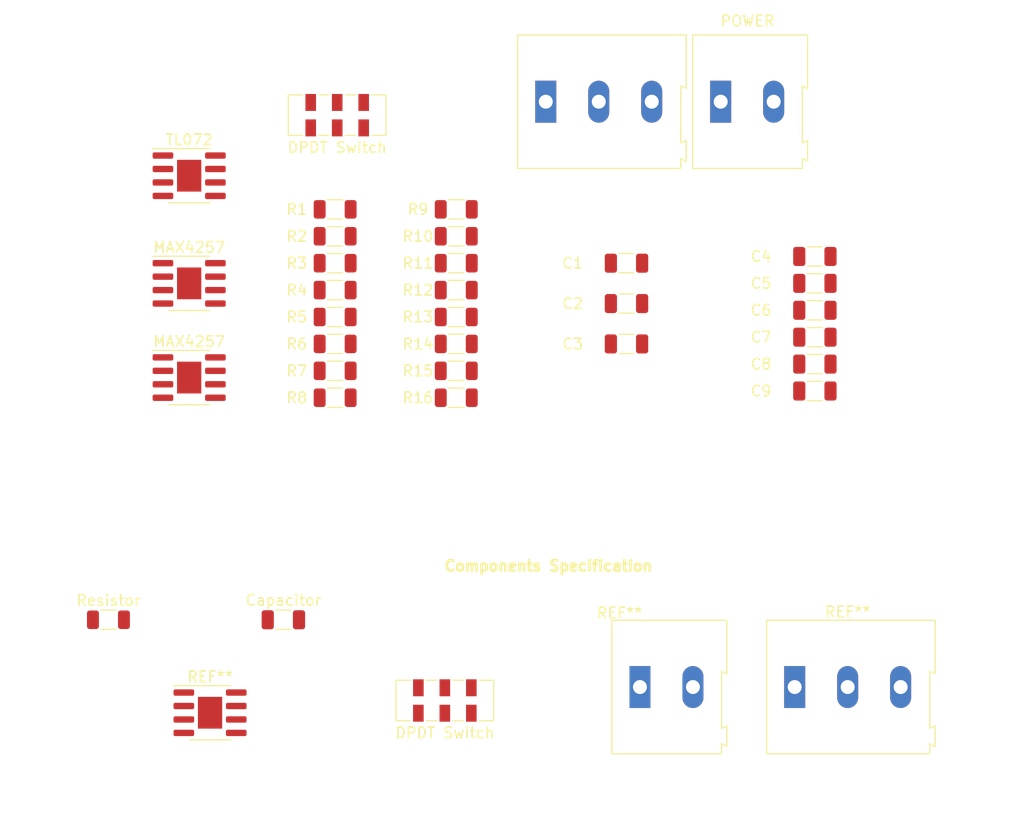
<source format=kicad_pcb>
(kicad_pcb (version 20171130) (host pcbnew "(5.1.7)-1")

  (general
    (thickness 1.6)
    (drawings 13)
    (tracks 0)
    (zones 0)
    (modules 37)
    (nets 1)
  )

  (page A4)
  (layers
    (0 F.Cu signal)
    (31 B.Cu signal)
    (32 B.Adhes user)
    (33 F.Adhes user)
    (34 B.Paste user)
    (35 F.Paste user)
    (36 B.SilkS user)
    (37 F.SilkS user)
    (38 B.Mask user)
    (39 F.Mask user)
    (40 Dwgs.User user)
    (41 Cmts.User user)
    (42 Eco1.User user)
    (43 Eco2.User user)
    (44 Edge.Cuts user)
    (45 Margin user)
    (46 B.CrtYd user)
    (47 F.CrtYd user)
    (48 B.Fab user)
    (49 F.Fab user)
  )

  (setup
    (last_trace_width 0.25)
    (user_trace_width 5)
    (trace_clearance 0.2)
    (zone_clearance 0.508)
    (zone_45_only no)
    (trace_min 0.2)
    (via_size 0.8)
    (via_drill 0.4)
    (via_min_size 0.4)
    (via_min_drill 0.3)
    (uvia_size 0.3)
    (uvia_drill 0.1)
    (uvias_allowed no)
    (uvia_min_size 0.2)
    (uvia_min_drill 0.1)
    (edge_width 0.1)
    (segment_width 0.2)
    (pcb_text_width 0.3)
    (pcb_text_size 1.5 1.5)
    (mod_edge_width 0.15)
    (mod_text_size 1 1)
    (mod_text_width 0.15)
    (pad_size 1.524 1.524)
    (pad_drill 0.762)
    (pad_to_mask_clearance 0)
    (aux_axis_origin 0 0)
    (grid_origin 123.19 58.42)
    (visible_elements 7FFFFFFF)
    (pcbplotparams
      (layerselection 0x010fc_ffffffff)
      (usegerberextensions false)
      (usegerberattributes true)
      (usegerberadvancedattributes true)
      (creategerberjobfile true)
      (excludeedgelayer true)
      (linewidth 0.100000)
      (plotframeref false)
      (viasonmask false)
      (mode 1)
      (useauxorigin false)
      (hpglpennumber 1)
      (hpglpenspeed 20)
      (hpglpendiameter 15.000000)
      (psnegative false)
      (psa4output false)
      (plotreference true)
      (plotvalue true)
      (plotinvisibletext false)
      (padsonsilk false)
      (subtractmaskfromsilk false)
      (outputformat 1)
      (mirror false)
      (drillshape 1)
      (scaleselection 1)
      (outputdirectory ""))
  )

  (net 0 "")

  (net_class Default "This is the default net class."
    (clearance 0.2)
    (trace_width 0.25)
    (via_dia 0.8)
    (via_drill 0.4)
    (uvia_dia 0.3)
    (uvia_drill 0.1)
  )

  (module TerminalBlock:TerminalBlock_Altech_AK300-3_P5.00mm (layer F.Cu) (tedit 59FF0306) (tstamp 5FAC1471)
    (at 168.91 137.16)
    (descr "Altech AK300 terminal block, pitch 5.0mm, 45 degree angled, see http://www.mouser.com/ds/2/16/PCBMETRC-24178.pdf")
    (tags "Altech AK300 terminal block pitch 5.0mm")
    (fp_text reference REF** (at 5 -7.1) (layer F.SilkS)
      (effects (font (size 1 1) (thickness 0.15)))
    )
    (fp_text value TerminalBlock_Altech_AK300-3_P5.00mm (at 4.445 9.525) (layer F.Fab)
      (effects (font (size 1 1) (thickness 0.15)))
    )
    (fp_arc (start -1.16 -4.66) (end -1.44 -4.14) (angle 104.2) (layer F.Fab) (width 0.1))
    (fp_arc (start -0.04 -3.72) (end -1.64 -5.01) (angle 100) (layer F.Fab) (width 0.1))
    (fp_arc (start 0.04 -6.08) (end 1.5 -4.13) (angle 75.5) (layer F.Fab) (width 0.1))
    (fp_arc (start 1 -4.6) (end 1.51 -5.06) (angle 90.5) (layer F.Fab) (width 0.1))
    (fp_arc (start 3.85 -4.66) (end 3.56 -4.14) (angle 104.2) (layer F.Fab) (width 0.1))
    (fp_arc (start 4.96 -3.72) (end 3.36 -5.01) (angle 100) (layer F.Fab) (width 0.1))
    (fp_arc (start 5.04 -6.08) (end 6.5 -4.13) (angle 75.5) (layer F.Fab) (width 0.1))
    (fp_arc (start 6.01 -4.6) (end 6.51 -5.06) (angle 90.5) (layer F.Fab) (width 0.1))
    (fp_arc (start 11.09 -4.6) (end 11.59 -5.06) (angle 90.5) (layer F.Fab) (width 0.1))
    (fp_arc (start 10.12 -6.08) (end 11.58 -4.13) (angle 75.5) (layer F.Fab) (width 0.1))
    (fp_arc (start 10.04 -3.72) (end 8.44 -5.01) (angle 100) (layer F.Fab) (width 0.1))
    (fp_arc (start 8.93 -4.66) (end 8.64 -4.14) (angle 104.2) (layer F.Fab) (width 0.1))
    (fp_text user %R (at 5 -2) (layer F.Fab)
      (effects (font (size 1 1) (thickness 0.15)))
    )
    (fp_line (start -2.65 -6.3) (end -2.65 6.3) (layer F.SilkS) (width 0.12))
    (fp_line (start -2.65 6.3) (end 12.75 6.3) (layer F.SilkS) (width 0.12))
    (fp_line (start 12.75 6.3) (end 12.75 5.35) (layer F.SilkS) (width 0.12))
    (fp_line (start 12.75 5.35) (end 13.25 5.65) (layer F.SilkS) (width 0.12))
    (fp_line (start 13.25 5.65) (end 13.25 3.65) (layer F.SilkS) (width 0.12))
    (fp_line (start 13.25 3.65) (end 12.75 3.9) (layer F.SilkS) (width 0.12))
    (fp_line (start 12.75 3.9) (end 12.75 -1.5) (layer F.SilkS) (width 0.12))
    (fp_line (start 12.75 -1.5) (end 13.25 -1.25) (layer F.SilkS) (width 0.12))
    (fp_line (start 13.25 -1.25) (end 13.25 -6.3) (layer F.SilkS) (width 0.12))
    (fp_line (start 13.25 -6.3) (end -2.65 -6.3) (layer F.SilkS) (width 0.12))
    (fp_line (start 12.66 -0.65) (end -2.52 -0.65) (layer F.Fab) (width 0.1))
    (fp_line (start 8.02 3.99) (end 8.02 -0.26) (layer F.Fab) (width 0.1))
    (fp_line (start 12.09 6.21) (end 7.58 6.21) (layer F.Fab) (width 0.1))
    (fp_line (start 7.58 -3.19) (end 12.6 -3.19) (layer F.Fab) (width 0.1))
    (fp_line (start -2.58 -6.23) (end 12.66 -6.23) (layer F.Fab) (width 0.1))
    (fp_line (start 8.42 -0.26) (end 11.72 -0.26) (layer F.Fab) (width 0.1))
    (fp_line (start 8.04 -0.26) (end 8.42 -0.26) (layer F.Fab) (width 0.1))
    (fp_line (start 12.1 -0.26) (end 11.72 -0.26) (layer F.Fab) (width 0.1))
    (fp_line (start 8.57 -4.33) (end 11.62 -4.96) (layer F.Fab) (width 0.1))
    (fp_line (start 8.44 -4.46) (end 11.49 -5.09) (layer F.Fab) (width 0.1))
    (fp_line (start 12.1 -3.44) (end 8.04 -3.44) (layer F.Fab) (width 0.1))
    (fp_line (start 12.1 -5.98) (end 12.1 -3.44) (layer F.Fab) (width 0.1))
    (fp_line (start 8.04 -5.98) (end 12.1 -5.98) (layer F.Fab) (width 0.1))
    (fp_line (start 8.04 -3.44) (end 8.04 -5.98) (layer F.Fab) (width 0.1))
    (fp_line (start 12.66 -3.19) (end 12.66 -1.66) (layer F.Fab) (width 0.1))
    (fp_line (start 12.66 -0.65) (end 12.66 4.05) (layer F.Fab) (width 0.1))
    (fp_line (start 12.66 -1.66) (end 12.66 -0.65) (layer F.Fab) (width 0.1))
    (fp_line (start 11.72 0.5) (end 11.34 0.5) (layer F.Fab) (width 0.1))
    (fp_line (start 8.42 0.5) (end 8.8 0.5) (layer F.Fab) (width 0.1))
    (fp_line (start 8.42 3.67) (end 8.42 0.5) (layer F.Fab) (width 0.1))
    (fp_line (start 11.72 3.67) (end 8.42 3.67) (layer F.Fab) (width 0.1))
    (fp_line (start 11.72 3.67) (end 11.72 0.5) (layer F.Fab) (width 0.1))
    (fp_line (start 12.1 4.31) (end 12.1 6.21) (layer F.Fab) (width 0.1))
    (fp_line (start 8.04 4.31) (end 12.1 4.31) (layer F.Fab) (width 0.1))
    (fp_line (start 12.1 6.21) (end 12.66 6.21) (layer F.Fab) (width 0.1))
    (fp_line (start 12.1 -0.26) (end 12.1 4.31) (layer F.Fab) (width 0.1))
    (fp_line (start 8.04 6.21) (end 8.04 4.31) (layer F.Fab) (width 0.1))
    (fp_line (start 13.17 3.8) (end 13.17 5.45) (layer F.Fab) (width 0.1))
    (fp_line (start 12.66 4.05) (end 12.66 5.2) (layer F.Fab) (width 0.1))
    (fp_line (start 13.17 3.8) (end 12.66 4.05) (layer F.Fab) (width 0.1))
    (fp_line (start 12.66 5.2) (end 12.66 6.21) (layer F.Fab) (width 0.1))
    (fp_line (start 13.17 5.45) (end 12.66 5.2) (layer F.Fab) (width 0.1))
    (fp_line (start 13.17 -1.41) (end 12.66 -1.66) (layer F.Fab) (width 0.1))
    (fp_line (start 13.17 -6.23) (end 13.17 -1.41) (layer F.Fab) (width 0.1))
    (fp_line (start 12.66 -6.23) (end 13.17 -6.23) (layer F.Fab) (width 0.1))
    (fp_line (start 12.66 -6.23) (end 12.66 -3.19) (layer F.Fab) (width 0.1))
    (fp_line (start 8.8 2.53) (end 8.8 -0.26) (layer F.Fab) (width 0.1))
    (fp_line (start 8.8 -0.26) (end 11.34 -0.26) (layer F.Fab) (width 0.1))
    (fp_line (start 11.34 2.53) (end 11.34 -0.26) (layer F.Fab) (width 0.1))
    (fp_line (start 8.8 2.53) (end 11.34 2.53) (layer F.Fab) (width 0.1))
    (fp_line (start -1.28 2.53) (end 1.26 2.53) (layer F.Fab) (width 0.1))
    (fp_line (start 1.26 2.53) (end 1.26 -0.26) (layer F.Fab) (width 0.1))
    (fp_line (start -1.28 -0.26) (end 1.26 -0.26) (layer F.Fab) (width 0.1))
    (fp_line (start -1.28 2.53) (end -1.28 -0.26) (layer F.Fab) (width 0.1))
    (fp_line (start 3.72 2.53) (end 6.26 2.53) (layer F.Fab) (width 0.1))
    (fp_line (start 6.26 2.53) (end 6.26 -0.26) (layer F.Fab) (width 0.1))
    (fp_line (start 3.72 -0.26) (end 6.26 -0.26) (layer F.Fab) (width 0.1))
    (fp_line (start 3.72 2.53) (end 3.72 -0.26) (layer F.Fab) (width 0.1))
    (fp_line (start 8.02 5.2) (end 8.02 6.21) (layer F.Fab) (width 0.1))
    (fp_line (start 8.02 4.05) (end 8.02 5.2) (layer F.Fab) (width 0.1))
    (fp_line (start 2.96 6.21) (end 2.96 4.31) (layer F.Fab) (width 0.1))
    (fp_line (start 7.02 -0.26) (end 7.02 4.31) (layer F.Fab) (width 0.1))
    (fp_line (start 2.96 6.21) (end 7.02 6.21) (layer F.Fab) (width 0.1))
    (fp_line (start 7.02 6.21) (end 7.58 6.21) (layer F.Fab) (width 0.1))
    (fp_line (start 2.02 6.21) (end 2.02 4.31) (layer F.Fab) (width 0.1))
    (fp_line (start 2.02 6.21) (end 2.96 6.21) (layer F.Fab) (width 0.1))
    (fp_line (start -2.05 -0.26) (end -2.05 4.31) (layer F.Fab) (width 0.1))
    (fp_line (start -2.58 6.21) (end -2.05 6.21) (layer F.Fab) (width 0.1))
    (fp_line (start -2.05 6.21) (end 2.02 6.21) (layer F.Fab) (width 0.1))
    (fp_line (start 2.96 4.31) (end 7.02 4.31) (layer F.Fab) (width 0.1))
    (fp_line (start 2.96 4.31) (end 2.96 -0.26) (layer F.Fab) (width 0.1))
    (fp_line (start 7.02 4.31) (end 7.02 6.21) (layer F.Fab) (width 0.1))
    (fp_line (start 2.02 4.31) (end -2.05 4.31) (layer F.Fab) (width 0.1))
    (fp_line (start 2.02 4.31) (end 2.02 -0.26) (layer F.Fab) (width 0.1))
    (fp_line (start -2.05 4.31) (end -2.05 6.21) (layer F.Fab) (width 0.1))
    (fp_line (start 6.64 3.67) (end 6.64 0.5) (layer F.Fab) (width 0.1))
    (fp_line (start 6.64 3.67) (end 3.34 3.67) (layer F.Fab) (width 0.1))
    (fp_line (start 3.34 3.67) (end 3.34 0.5) (layer F.Fab) (width 0.1))
    (fp_line (start 1.64 3.67) (end 1.64 0.5) (layer F.Fab) (width 0.1))
    (fp_line (start 1.64 3.67) (end -1.67 3.67) (layer F.Fab) (width 0.1))
    (fp_line (start -1.67 3.67) (end -1.67 0.5) (layer F.Fab) (width 0.1))
    (fp_line (start -1.67 0.5) (end -1.28 0.5) (layer F.Fab) (width 0.1))
    (fp_line (start 1.64 0.5) (end 1.26 0.5) (layer F.Fab) (width 0.1))
    (fp_line (start 3.34 0.5) (end 3.72 0.5) (layer F.Fab) (width 0.1))
    (fp_line (start 6.64 0.5) (end 6.26 0.5) (layer F.Fab) (width 0.1))
    (fp_line (start -2.58 6.21) (end -2.58 -0.65) (layer F.Fab) (width 0.1))
    (fp_line (start -2.58 -0.65) (end -2.58 -3.19) (layer F.Fab) (width 0.1))
    (fp_line (start -2.58 -3.19) (end 7.58 -3.19) (layer F.Fab) (width 0.1))
    (fp_line (start -2.58 -3.19) (end -2.58 -6.23) (layer F.Fab) (width 0.1))
    (fp_line (start 2.96 -3.44) (end 2.96 -5.98) (layer F.Fab) (width 0.1))
    (fp_line (start 2.96 -5.98) (end 7.02 -5.98) (layer F.Fab) (width 0.1))
    (fp_line (start 7.02 -5.98) (end 7.02 -3.44) (layer F.Fab) (width 0.1))
    (fp_line (start 7.02 -3.44) (end 2.96 -3.44) (layer F.Fab) (width 0.1))
    (fp_line (start 2.02 -3.44) (end 2.02 -5.98) (layer F.Fab) (width 0.1))
    (fp_line (start 2.02 -3.44) (end -2.05 -3.44) (layer F.Fab) (width 0.1))
    (fp_line (start -2.05 -3.44) (end -2.05 -5.98) (layer F.Fab) (width 0.1))
    (fp_line (start 2.02 -5.98) (end -2.05 -5.98) (layer F.Fab) (width 0.1))
    (fp_line (start 3.36 -4.46) (end 6.41 -5.09) (layer F.Fab) (width 0.1))
    (fp_line (start 3.49 -4.33) (end 6.54 -4.96) (layer F.Fab) (width 0.1))
    (fp_line (start -1.64 -4.46) (end 1.41 -5.09) (layer F.Fab) (width 0.1))
    (fp_line (start -1.51 -4.33) (end 1.53 -4.96) (layer F.Fab) (width 0.1))
    (fp_line (start -2.05 -0.26) (end -1.67 -0.26) (layer F.Fab) (width 0.1))
    (fp_line (start 2.02 -0.26) (end 1.64 -0.26) (layer F.Fab) (width 0.1))
    (fp_line (start 1.64 -0.26) (end -1.67 -0.26) (layer F.Fab) (width 0.1))
    (fp_line (start 7.02 -0.26) (end 6.64 -0.26) (layer F.Fab) (width 0.1))
    (fp_line (start 2.96 -0.26) (end 3.34 -0.26) (layer F.Fab) (width 0.1))
    (fp_line (start 3.34 -0.26) (end 6.64 -0.26) (layer F.Fab) (width 0.1))
    (fp_line (start -2.83 -6.48) (end 13.42 -6.48) (layer F.CrtYd) (width 0.05))
    (fp_line (start -2.83 -6.48) (end -2.83 6.46) (layer F.CrtYd) (width 0.05))
    (fp_line (start 13.42 6.46) (end 13.42 -6.48) (layer F.CrtYd) (width 0.05))
    (fp_line (start 13.42 6.46) (end -2.83 6.46) (layer F.CrtYd) (width 0.05))
    (pad 3 thru_hole oval (at 10 0) (size 1.98 3.96) (drill 1.32) (layers *.Cu *.Mask))
    (pad 2 thru_hole oval (at 5 0) (size 1.98 3.96) (drill 1.32) (layers *.Cu *.Mask))
    (pad 1 thru_hole rect (at 0 0) (size 1.98 3.96) (drill 1.32) (layers *.Cu *.Mask))
    (model ${KISYS3DMOD}/TerminalBlock.3dshapes/TerminalBlock_Altech_AK300-3_P5.00mm.wrl
      (at (xyz 0 0 0))
      (scale (xyz 1 1 1))
      (rotate (xyz 0 0 0))
    )
  )

  (module TerminalBlock:TerminalBlock_Altech_AK300-2_P5.00mm (layer F.Cu) (tedit 59FF0306) (tstamp 5FAC0D8B)
    (at 154.305 137.16)
    (descr "Altech AK300 terminal block, pitch 5.0mm, 45 degree angled, see http://www.mouser.com/ds/2/16/PCBMETRC-24178.pdf")
    (tags "Altech AK300 terminal block pitch 5.0mm")
    (fp_text reference REF** (at -1.92 -6.99) (layer F.SilkS)
      (effects (font (size 1 1) (thickness 0.15)))
    )
    (fp_text value TerminalBlock_Altech_AK300-2_P5.00mm (at 2.78 7.75) (layer F.Fab)
      (effects (font (size 1 1) (thickness 0.15)))
    )
    (fp_arc (start -1.13 -4.65) (end -1.42 -4.13) (angle 104.2) (layer F.Fab) (width 0.1))
    (fp_arc (start -0.01 -3.71) (end -1.62 -5) (angle 100) (layer F.Fab) (width 0.1))
    (fp_arc (start 0.06 -6.07) (end 1.53 -4.12) (angle 75.5) (layer F.Fab) (width 0.1))
    (fp_arc (start 1.03 -4.59) (end 1.53 -5.05) (angle 90.5) (layer F.Fab) (width 0.1))
    (fp_arc (start 3.87 -4.65) (end 3.58 -4.13) (angle 104.2) (layer F.Fab) (width 0.1))
    (fp_arc (start 4.99 -3.71) (end 3.39 -5) (angle 100) (layer F.Fab) (width 0.1))
    (fp_arc (start 5.07 -6.07) (end 6.53 -4.12) (angle 75.5) (layer F.Fab) (width 0.1))
    (fp_arc (start 6.03 -4.59) (end 6.54 -5.05) (angle 90.5) (layer F.Fab) (width 0.1))
    (fp_text user %R (at 2.5 -2) (layer F.Fab)
      (effects (font (size 1 1) (thickness 0.15)))
    )
    (fp_line (start -2.65 -6.3) (end -2.65 6.3) (layer F.SilkS) (width 0.12))
    (fp_line (start -2.65 6.3) (end 7.7 6.3) (layer F.SilkS) (width 0.12))
    (fp_line (start 7.7 6.3) (end 7.7 5.35) (layer F.SilkS) (width 0.12))
    (fp_line (start 7.7 5.35) (end 8.2 5.6) (layer F.SilkS) (width 0.12))
    (fp_line (start 8.2 5.6) (end 8.2 3.7) (layer F.SilkS) (width 0.12))
    (fp_line (start 8.2 3.7) (end 8.2 3.65) (layer F.SilkS) (width 0.12))
    (fp_line (start 8.2 3.65) (end 7.7 3.9) (layer F.SilkS) (width 0.12))
    (fp_line (start 7.7 3.9) (end 7.7 -1.5) (layer F.SilkS) (width 0.12))
    (fp_line (start 7.7 -1.5) (end 8.2 -1.2) (layer F.SilkS) (width 0.12))
    (fp_line (start 8.2 -1.2) (end 8.2 -6.3) (layer F.SilkS) (width 0.12))
    (fp_line (start 8.2 -6.3) (end -2.65 -6.3) (layer F.SilkS) (width 0.12))
    (fp_line (start -1.26 2.54) (end 1.28 2.54) (layer F.Fab) (width 0.1))
    (fp_line (start 1.28 2.54) (end 1.28 -0.25) (layer F.Fab) (width 0.1))
    (fp_line (start -1.26 -0.25) (end 1.28 -0.25) (layer F.Fab) (width 0.1))
    (fp_line (start -1.26 2.54) (end -1.26 -0.25) (layer F.Fab) (width 0.1))
    (fp_line (start 3.74 2.54) (end 6.28 2.54) (layer F.Fab) (width 0.1))
    (fp_line (start 6.28 2.54) (end 6.28 -0.25) (layer F.Fab) (width 0.1))
    (fp_line (start 3.74 -0.25) (end 6.28 -0.25) (layer F.Fab) (width 0.1))
    (fp_line (start 3.74 2.54) (end 3.74 -0.25) (layer F.Fab) (width 0.1))
    (fp_line (start 7.61 -6.22) (end 7.61 -3.17) (layer F.Fab) (width 0.1))
    (fp_line (start 7.61 -6.22) (end -2.58 -6.22) (layer F.Fab) (width 0.1))
    (fp_line (start 7.61 -6.22) (end 8.11 -6.22) (layer F.Fab) (width 0.1))
    (fp_line (start 8.11 -6.22) (end 8.11 -1.4) (layer F.Fab) (width 0.1))
    (fp_line (start 8.11 -1.4) (end 7.61 -1.65) (layer F.Fab) (width 0.1))
    (fp_line (start 8.11 5.46) (end 7.61 5.21) (layer F.Fab) (width 0.1))
    (fp_line (start 7.61 5.21) (end 7.61 6.22) (layer F.Fab) (width 0.1))
    (fp_line (start 8.11 3.81) (end 7.61 4.06) (layer F.Fab) (width 0.1))
    (fp_line (start 7.61 4.06) (end 7.61 5.21) (layer F.Fab) (width 0.1))
    (fp_line (start 8.11 3.81) (end 8.11 5.46) (layer F.Fab) (width 0.1))
    (fp_line (start 2.98 6.22) (end 2.98 4.32) (layer F.Fab) (width 0.1))
    (fp_line (start 7.05 -0.25) (end 7.05 4.32) (layer F.Fab) (width 0.1))
    (fp_line (start 2.98 6.22) (end 7.05 6.22) (layer F.Fab) (width 0.1))
    (fp_line (start 7.05 6.22) (end 7.61 6.22) (layer F.Fab) (width 0.1))
    (fp_line (start 2.04 6.22) (end 2.04 4.32) (layer F.Fab) (width 0.1))
    (fp_line (start 2.04 6.22) (end 2.98 6.22) (layer F.Fab) (width 0.1))
    (fp_line (start -2.02 -0.25) (end -2.02 4.32) (layer F.Fab) (width 0.1))
    (fp_line (start -2.58 6.22) (end -2.02 6.22) (layer F.Fab) (width 0.1))
    (fp_line (start -2.02 6.22) (end 2.04 6.22) (layer F.Fab) (width 0.1))
    (fp_line (start 2.98 4.32) (end 7.05 4.32) (layer F.Fab) (width 0.1))
    (fp_line (start 2.98 4.32) (end 2.98 -0.25) (layer F.Fab) (width 0.1))
    (fp_line (start 7.05 4.32) (end 7.05 6.22) (layer F.Fab) (width 0.1))
    (fp_line (start 2.04 4.32) (end -2.02 4.32) (layer F.Fab) (width 0.1))
    (fp_line (start 2.04 4.32) (end 2.04 -0.25) (layer F.Fab) (width 0.1))
    (fp_line (start -2.02 4.32) (end -2.02 6.22) (layer F.Fab) (width 0.1))
    (fp_line (start 6.67 3.68) (end 6.67 0.51) (layer F.Fab) (width 0.1))
    (fp_line (start 6.67 3.68) (end 3.36 3.68) (layer F.Fab) (width 0.1))
    (fp_line (start 3.36 3.68) (end 3.36 0.51) (layer F.Fab) (width 0.1))
    (fp_line (start 1.66 3.68) (end 1.66 0.51) (layer F.Fab) (width 0.1))
    (fp_line (start 1.66 3.68) (end -1.64 3.68) (layer F.Fab) (width 0.1))
    (fp_line (start -1.64 3.68) (end -1.64 0.51) (layer F.Fab) (width 0.1))
    (fp_line (start -1.64 0.51) (end -1.26 0.51) (layer F.Fab) (width 0.1))
    (fp_line (start 1.66 0.51) (end 1.28 0.51) (layer F.Fab) (width 0.1))
    (fp_line (start 3.36 0.51) (end 3.74 0.51) (layer F.Fab) (width 0.1))
    (fp_line (start 6.67 0.51) (end 6.28 0.51) (layer F.Fab) (width 0.1))
    (fp_line (start -2.58 6.22) (end -2.58 -0.64) (layer F.Fab) (width 0.1))
    (fp_line (start -2.58 -0.64) (end -2.58 -3.17) (layer F.Fab) (width 0.1))
    (fp_line (start 7.61 -1.65) (end 7.61 -0.64) (layer F.Fab) (width 0.1))
    (fp_line (start 7.61 -0.64) (end 7.61 4.06) (layer F.Fab) (width 0.1))
    (fp_line (start -2.58 -3.17) (end 7.61 -3.17) (layer F.Fab) (width 0.1))
    (fp_line (start -2.58 -3.17) (end -2.58 -6.22) (layer F.Fab) (width 0.1))
    (fp_line (start 7.61 -3.17) (end 7.61 -1.65) (layer F.Fab) (width 0.1))
    (fp_line (start 2.98 -3.43) (end 2.98 -5.97) (layer F.Fab) (width 0.1))
    (fp_line (start 2.98 -5.97) (end 7.05 -5.97) (layer F.Fab) (width 0.1))
    (fp_line (start 7.05 -5.97) (end 7.05 -3.43) (layer F.Fab) (width 0.1))
    (fp_line (start 7.05 -3.43) (end 2.98 -3.43) (layer F.Fab) (width 0.1))
    (fp_line (start 2.04 -3.43) (end 2.04 -5.97) (layer F.Fab) (width 0.1))
    (fp_line (start 2.04 -3.43) (end -2.02 -3.43) (layer F.Fab) (width 0.1))
    (fp_line (start -2.02 -3.43) (end -2.02 -5.97) (layer F.Fab) (width 0.1))
    (fp_line (start 2.04 -5.97) (end -2.02 -5.97) (layer F.Fab) (width 0.1))
    (fp_line (start 3.39 -4.45) (end 6.44 -5.08) (layer F.Fab) (width 0.1))
    (fp_line (start 3.52 -4.32) (end 6.56 -4.95) (layer F.Fab) (width 0.1))
    (fp_line (start -1.62 -4.45) (end 1.44 -5.08) (layer F.Fab) (width 0.1))
    (fp_line (start -1.49 -4.32) (end 1.56 -4.95) (layer F.Fab) (width 0.1))
    (fp_line (start -2.02 -0.25) (end -1.64 -0.25) (layer F.Fab) (width 0.1))
    (fp_line (start 2.04 -0.25) (end 1.66 -0.25) (layer F.Fab) (width 0.1))
    (fp_line (start 1.66 -0.25) (end -1.64 -0.25) (layer F.Fab) (width 0.1))
    (fp_line (start -2.58 -0.64) (end -1.64 -0.64) (layer F.Fab) (width 0.1))
    (fp_line (start -1.64 -0.64) (end 1.66 -0.64) (layer F.Fab) (width 0.1))
    (fp_line (start 1.66 -0.64) (end 3.36 -0.64) (layer F.Fab) (width 0.1))
    (fp_line (start 7.61 -0.64) (end 6.67 -0.64) (layer F.Fab) (width 0.1))
    (fp_line (start 6.67 -0.64) (end 3.36 -0.64) (layer F.Fab) (width 0.1))
    (fp_line (start 7.05 -0.25) (end 6.67 -0.25) (layer F.Fab) (width 0.1))
    (fp_line (start 2.98 -0.25) (end 3.36 -0.25) (layer F.Fab) (width 0.1))
    (fp_line (start 3.36 -0.25) (end 6.67 -0.25) (layer F.Fab) (width 0.1))
    (fp_line (start -2.83 -6.47) (end 8.36 -6.47) (layer F.CrtYd) (width 0.05))
    (fp_line (start -2.83 -6.47) (end -2.83 6.47) (layer F.CrtYd) (width 0.05))
    (fp_line (start 8.36 6.47) (end 8.36 -6.47) (layer F.CrtYd) (width 0.05))
    (fp_line (start 8.36 6.47) (end -2.83 6.47) (layer F.CrtYd) (width 0.05))
    (pad 2 thru_hole oval (at 5 0) (size 1.98 3.96) (drill 1.32) (layers *.Cu *.Mask))
    (pad 1 thru_hole rect (at 0 0) (size 1.98 3.96) (drill 1.32) (layers *.Cu *.Mask))
    (model ${KISYS3DMOD}/TerminalBlock.3dshapes/TerminalBlock_Altech_AK300-2_P5.00mm.wrl
      (at (xyz 0 0 0))
      (scale (xyz 1 1 1))
      (rotate (xyz 0 0 0))
    )
  )

  (module TerminalBlock:TerminalBlock_Altech_AK300-2_P5.00mm (layer F.Cu) (tedit 59FF0306) (tstamp 5FAC0647)
    (at 161.925 81.915)
    (descr "Altech AK300 terminal block, pitch 5.0mm, 45 degree angled, see http://www.mouser.com/ds/2/16/PCBMETRC-24178.pdf")
    (tags "Altech AK300 terminal block pitch 5.0mm")
    (fp_text reference POWER (at 2.54 -7.62) (layer F.SilkS)
      (effects (font (size 1 1) (thickness 0.15)))
    )
    (fp_text value " " (at 2.78 7.75) (layer F.Fab)
      (effects (font (size 1 1) (thickness 0.15)))
    )
    (fp_arc (start -1.13 -4.65) (end -1.42 -4.13) (angle 104.2) (layer F.Fab) (width 0.1))
    (fp_arc (start -0.01 -3.71) (end -1.62 -5) (angle 100) (layer F.Fab) (width 0.1))
    (fp_arc (start 0.06 -6.07) (end 1.53 -4.12) (angle 75.5) (layer F.Fab) (width 0.1))
    (fp_arc (start 1.03 -4.59) (end 1.53 -5.05) (angle 90.5) (layer F.Fab) (width 0.1))
    (fp_arc (start 3.87 -4.65) (end 3.58 -4.13) (angle 104.2) (layer F.Fab) (width 0.1))
    (fp_arc (start 4.99 -3.71) (end 3.39 -5) (angle 100) (layer F.Fab) (width 0.1))
    (fp_arc (start 5.07 -6.07) (end 6.53 -4.12) (angle 75.5) (layer F.Fab) (width 0.1))
    (fp_arc (start 6.03 -4.59) (end 6.54 -5.05) (angle 90.5) (layer F.Fab) (width 0.1))
    (fp_text user %R (at 2.5 -2) (layer F.Fab)
      (effects (font (size 1 1) (thickness 0.15)))
    )
    (fp_line (start -2.65 -6.3) (end -2.65 6.3) (layer F.SilkS) (width 0.12))
    (fp_line (start -2.65 6.3) (end 7.7 6.3) (layer F.SilkS) (width 0.12))
    (fp_line (start 7.7 6.3) (end 7.7 5.35) (layer F.SilkS) (width 0.12))
    (fp_line (start 7.7 5.35) (end 8.2 5.6) (layer F.SilkS) (width 0.12))
    (fp_line (start 8.2 5.6) (end 8.2 3.7) (layer F.SilkS) (width 0.12))
    (fp_line (start 8.2 3.7) (end 8.2 3.65) (layer F.SilkS) (width 0.12))
    (fp_line (start 8.2 3.65) (end 7.7 3.9) (layer F.SilkS) (width 0.12))
    (fp_line (start 7.7 3.9) (end 7.7 -1.5) (layer F.SilkS) (width 0.12))
    (fp_line (start 7.7 -1.5) (end 8.2 -1.2) (layer F.SilkS) (width 0.12))
    (fp_line (start 8.2 -1.2) (end 8.2 -6.3) (layer F.SilkS) (width 0.12))
    (fp_line (start 8.2 -6.3) (end -2.65 -6.3) (layer F.SilkS) (width 0.12))
    (fp_line (start -1.26 2.54) (end 1.28 2.54) (layer F.Fab) (width 0.1))
    (fp_line (start 1.28 2.54) (end 1.28 -0.25) (layer F.Fab) (width 0.1))
    (fp_line (start -1.26 -0.25) (end 1.28 -0.25) (layer F.Fab) (width 0.1))
    (fp_line (start -1.26 2.54) (end -1.26 -0.25) (layer F.Fab) (width 0.1))
    (fp_line (start 3.74 2.54) (end 6.28 2.54) (layer F.Fab) (width 0.1))
    (fp_line (start 6.28 2.54) (end 6.28 -0.25) (layer F.Fab) (width 0.1))
    (fp_line (start 3.74 -0.25) (end 6.28 -0.25) (layer F.Fab) (width 0.1))
    (fp_line (start 3.74 2.54) (end 3.74 -0.25) (layer F.Fab) (width 0.1))
    (fp_line (start 7.61 -6.22) (end 7.61 -3.17) (layer F.Fab) (width 0.1))
    (fp_line (start 7.61 -6.22) (end -2.58 -6.22) (layer F.Fab) (width 0.1))
    (fp_line (start 7.61 -6.22) (end 8.11 -6.22) (layer F.Fab) (width 0.1))
    (fp_line (start 8.11 -6.22) (end 8.11 -1.4) (layer F.Fab) (width 0.1))
    (fp_line (start 8.11 -1.4) (end 7.61 -1.65) (layer F.Fab) (width 0.1))
    (fp_line (start 8.11 5.46) (end 7.61 5.21) (layer F.Fab) (width 0.1))
    (fp_line (start 7.61 5.21) (end 7.61 6.22) (layer F.Fab) (width 0.1))
    (fp_line (start 8.11 3.81) (end 7.61 4.06) (layer F.Fab) (width 0.1))
    (fp_line (start 7.61 4.06) (end 7.61 5.21) (layer F.Fab) (width 0.1))
    (fp_line (start 8.11 3.81) (end 8.11 5.46) (layer F.Fab) (width 0.1))
    (fp_line (start 2.98 6.22) (end 2.98 4.32) (layer F.Fab) (width 0.1))
    (fp_line (start 7.05 -0.25) (end 7.05 4.32) (layer F.Fab) (width 0.1))
    (fp_line (start 2.98 6.22) (end 7.05 6.22) (layer F.Fab) (width 0.1))
    (fp_line (start 7.05 6.22) (end 7.61 6.22) (layer F.Fab) (width 0.1))
    (fp_line (start 2.04 6.22) (end 2.04 4.32) (layer F.Fab) (width 0.1))
    (fp_line (start 2.04 6.22) (end 2.98 6.22) (layer F.Fab) (width 0.1))
    (fp_line (start -2.02 -0.25) (end -2.02 4.32) (layer F.Fab) (width 0.1))
    (fp_line (start -2.58 6.22) (end -2.02 6.22) (layer F.Fab) (width 0.1))
    (fp_line (start -2.02 6.22) (end 2.04 6.22) (layer F.Fab) (width 0.1))
    (fp_line (start 2.98 4.32) (end 7.05 4.32) (layer F.Fab) (width 0.1))
    (fp_line (start 2.98 4.32) (end 2.98 -0.25) (layer F.Fab) (width 0.1))
    (fp_line (start 7.05 4.32) (end 7.05 6.22) (layer F.Fab) (width 0.1))
    (fp_line (start 2.04 4.32) (end -2.02 4.32) (layer F.Fab) (width 0.1))
    (fp_line (start 2.04 4.32) (end 2.04 -0.25) (layer F.Fab) (width 0.1))
    (fp_line (start -2.02 4.32) (end -2.02 6.22) (layer F.Fab) (width 0.1))
    (fp_line (start 6.67 3.68) (end 6.67 0.51) (layer F.Fab) (width 0.1))
    (fp_line (start 6.67 3.68) (end 3.36 3.68) (layer F.Fab) (width 0.1))
    (fp_line (start 3.36 3.68) (end 3.36 0.51) (layer F.Fab) (width 0.1))
    (fp_line (start 1.66 3.68) (end 1.66 0.51) (layer F.Fab) (width 0.1))
    (fp_line (start 1.66 3.68) (end -1.64 3.68) (layer F.Fab) (width 0.1))
    (fp_line (start -1.64 3.68) (end -1.64 0.51) (layer F.Fab) (width 0.1))
    (fp_line (start -1.64 0.51) (end -1.26 0.51) (layer F.Fab) (width 0.1))
    (fp_line (start 1.66 0.51) (end 1.28 0.51) (layer F.Fab) (width 0.1))
    (fp_line (start 3.36 0.51) (end 3.74 0.51) (layer F.Fab) (width 0.1))
    (fp_line (start 6.67 0.51) (end 6.28 0.51) (layer F.Fab) (width 0.1))
    (fp_line (start -2.58 6.22) (end -2.58 -0.64) (layer F.Fab) (width 0.1))
    (fp_line (start -2.58 -0.64) (end -2.58 -3.17) (layer F.Fab) (width 0.1))
    (fp_line (start 7.61 -1.65) (end 7.61 -0.64) (layer F.Fab) (width 0.1))
    (fp_line (start 7.61 -0.64) (end 7.61 4.06) (layer F.Fab) (width 0.1))
    (fp_line (start -2.58 -3.17) (end 7.61 -3.17) (layer F.Fab) (width 0.1))
    (fp_line (start -2.58 -3.17) (end -2.58 -6.22) (layer F.Fab) (width 0.1))
    (fp_line (start 7.61 -3.17) (end 7.61 -1.65) (layer F.Fab) (width 0.1))
    (fp_line (start 2.98 -3.43) (end 2.98 -5.97) (layer F.Fab) (width 0.1))
    (fp_line (start 2.98 -5.97) (end 7.05 -5.97) (layer F.Fab) (width 0.1))
    (fp_line (start 7.05 -5.97) (end 7.05 -3.43) (layer F.Fab) (width 0.1))
    (fp_line (start 7.05 -3.43) (end 2.98 -3.43) (layer F.Fab) (width 0.1))
    (fp_line (start 2.04 -3.43) (end 2.04 -5.97) (layer F.Fab) (width 0.1))
    (fp_line (start 2.04 -3.43) (end -2.02 -3.43) (layer F.Fab) (width 0.1))
    (fp_line (start -2.02 -3.43) (end -2.02 -5.97) (layer F.Fab) (width 0.1))
    (fp_line (start 2.04 -5.97) (end -2.02 -5.97) (layer F.Fab) (width 0.1))
    (fp_line (start 3.39 -4.45) (end 6.44 -5.08) (layer F.Fab) (width 0.1))
    (fp_line (start 3.52 -4.32) (end 6.56 -4.95) (layer F.Fab) (width 0.1))
    (fp_line (start -1.62 -4.45) (end 1.44 -5.08) (layer F.Fab) (width 0.1))
    (fp_line (start -1.49 -4.32) (end 1.56 -4.95) (layer F.Fab) (width 0.1))
    (fp_line (start -2.02 -0.25) (end -1.64 -0.25) (layer F.Fab) (width 0.1))
    (fp_line (start 2.04 -0.25) (end 1.66 -0.25) (layer F.Fab) (width 0.1))
    (fp_line (start 1.66 -0.25) (end -1.64 -0.25) (layer F.Fab) (width 0.1))
    (fp_line (start -2.58 -0.64) (end -1.64 -0.64) (layer F.Fab) (width 0.1))
    (fp_line (start -1.64 -0.64) (end 1.66 -0.64) (layer F.Fab) (width 0.1))
    (fp_line (start 1.66 -0.64) (end 3.36 -0.64) (layer F.Fab) (width 0.1))
    (fp_line (start 7.61 -0.64) (end 6.67 -0.64) (layer F.Fab) (width 0.1))
    (fp_line (start 6.67 -0.64) (end 3.36 -0.64) (layer F.Fab) (width 0.1))
    (fp_line (start 7.05 -0.25) (end 6.67 -0.25) (layer F.Fab) (width 0.1))
    (fp_line (start 2.98 -0.25) (end 3.36 -0.25) (layer F.Fab) (width 0.1))
    (fp_line (start 3.36 -0.25) (end 6.67 -0.25) (layer F.Fab) (width 0.1))
    (fp_line (start -2.83 -6.47) (end 8.36 -6.47) (layer F.CrtYd) (width 0.05))
    (fp_line (start -2.83 -6.47) (end -2.83 6.47) (layer F.CrtYd) (width 0.05))
    (fp_line (start 8.36 6.47) (end 8.36 -6.47) (layer F.CrtYd) (width 0.05))
    (fp_line (start 8.36 6.47) (end -2.83 6.47) (layer F.CrtYd) (width 0.05))
    (pad 2 thru_hole oval (at 5 0) (size 1.98 3.96) (drill 1.32) (layers *.Cu *.Mask))
    (pad 1 thru_hole rect (at 0 0) (size 1.98 3.96) (drill 1.32) (layers *.Cu *.Mask))
    (model ${KISYS3DMOD}/TerminalBlock.3dshapes/TerminalBlock_Altech_AK300-2_P5.00mm.wrl
      (at (xyz 0 0 0))
      (scale (xyz 1 1 1))
      (rotate (xyz 0 0 0))
    )
  )

  (module TerminalBlock:TerminalBlock_Altech_AK300-3_P5.00mm (layer F.Cu) (tedit 59FF0306) (tstamp 5FABE165)
    (at 145.415 81.915)
    (descr "Altech AK300 terminal block, pitch 5.0mm, 45 degree angled, see http://www.mouser.com/ds/2/16/PCBMETRC-24178.pdf")
    (tags "Altech AK300 terminal block pitch 5.0mm")
    (fp_text reference " " (at 5 -7.1) (layer F.SilkS)
      (effects (font (size 1 1) (thickness 0.15)))
    )
    (fp_text value " " (at 4.95 7.3) (layer F.Fab)
      (effects (font (size 1 1) (thickness 0.15)))
    )
    (fp_arc (start -1.16 -4.66) (end -1.44 -4.14) (angle 104.2) (layer F.Fab) (width 0.1))
    (fp_arc (start -0.04 -3.72) (end -1.64 -5.01) (angle 100) (layer F.Fab) (width 0.1))
    (fp_arc (start 0.04 -6.08) (end 1.5 -4.13) (angle 75.5) (layer F.Fab) (width 0.1))
    (fp_arc (start 1 -4.6) (end 1.51 -5.06) (angle 90.5) (layer F.Fab) (width 0.1))
    (fp_arc (start 3.85 -4.66) (end 3.56 -4.14) (angle 104.2) (layer F.Fab) (width 0.1))
    (fp_arc (start 4.96 -3.72) (end 3.36 -5.01) (angle 100) (layer F.Fab) (width 0.1))
    (fp_arc (start 5.04 -6.08) (end 6.5 -4.13) (angle 75.5) (layer F.Fab) (width 0.1))
    (fp_arc (start 6.01 -4.6) (end 6.51 -5.06) (angle 90.5) (layer F.Fab) (width 0.1))
    (fp_arc (start 11.09 -4.6) (end 11.59 -5.06) (angle 90.5) (layer F.Fab) (width 0.1))
    (fp_arc (start 10.12 -6.08) (end 11.58 -4.13) (angle 75.5) (layer F.Fab) (width 0.1))
    (fp_arc (start 10.04 -3.72) (end 8.44 -5.01) (angle 100) (layer F.Fab) (width 0.1))
    (fp_arc (start 8.93 -4.66) (end 8.64 -4.14) (angle 104.2) (layer F.Fab) (width 0.1))
    (fp_text user %R (at 5 -2) (layer F.Fab)
      (effects (font (size 1 1) (thickness 0.15)))
    )
    (fp_line (start -2.65 -6.3) (end -2.65 6.3) (layer F.SilkS) (width 0.12))
    (fp_line (start -2.65 6.3) (end 12.75 6.3) (layer F.SilkS) (width 0.12))
    (fp_line (start 12.75 6.3) (end 12.75 5.35) (layer F.SilkS) (width 0.12))
    (fp_line (start 12.75 5.35) (end 13.25 5.65) (layer F.SilkS) (width 0.12))
    (fp_line (start 13.25 5.65) (end 13.25 3.65) (layer F.SilkS) (width 0.12))
    (fp_line (start 13.25 3.65) (end 12.75 3.9) (layer F.SilkS) (width 0.12))
    (fp_line (start 12.75 3.9) (end 12.75 -1.5) (layer F.SilkS) (width 0.12))
    (fp_line (start 12.75 -1.5) (end 13.25 -1.25) (layer F.SilkS) (width 0.12))
    (fp_line (start 13.25 -1.25) (end 13.25 -6.3) (layer F.SilkS) (width 0.12))
    (fp_line (start 13.25 -6.3) (end -2.65 -6.3) (layer F.SilkS) (width 0.12))
    (fp_line (start 12.66 -0.65) (end -2.52 -0.65) (layer F.Fab) (width 0.1))
    (fp_line (start 8.02 3.99) (end 8.02 -0.26) (layer F.Fab) (width 0.1))
    (fp_line (start 12.09 6.21) (end 7.58 6.21) (layer F.Fab) (width 0.1))
    (fp_line (start 7.58 -3.19) (end 12.6 -3.19) (layer F.Fab) (width 0.1))
    (fp_line (start -2.58 -6.23) (end 12.66 -6.23) (layer F.Fab) (width 0.1))
    (fp_line (start 8.42 -0.26) (end 11.72 -0.26) (layer F.Fab) (width 0.1))
    (fp_line (start 8.04 -0.26) (end 8.42 -0.26) (layer F.Fab) (width 0.1))
    (fp_line (start 12.1 -0.26) (end 11.72 -0.26) (layer F.Fab) (width 0.1))
    (fp_line (start 8.57 -4.33) (end 11.62 -4.96) (layer F.Fab) (width 0.1))
    (fp_line (start 8.44 -4.46) (end 11.49 -5.09) (layer F.Fab) (width 0.1))
    (fp_line (start 12.1 -3.44) (end 8.04 -3.44) (layer F.Fab) (width 0.1))
    (fp_line (start 12.1 -5.98) (end 12.1 -3.44) (layer F.Fab) (width 0.1))
    (fp_line (start 8.04 -5.98) (end 12.1 -5.98) (layer F.Fab) (width 0.1))
    (fp_line (start 8.04 -3.44) (end 8.04 -5.98) (layer F.Fab) (width 0.1))
    (fp_line (start 12.66 -3.19) (end 12.66 -1.66) (layer F.Fab) (width 0.1))
    (fp_line (start 12.66 -0.65) (end 12.66 4.05) (layer F.Fab) (width 0.1))
    (fp_line (start 12.66 -1.66) (end 12.66 -0.65) (layer F.Fab) (width 0.1))
    (fp_line (start 11.72 0.5) (end 11.34 0.5) (layer F.Fab) (width 0.1))
    (fp_line (start 8.42 0.5) (end 8.8 0.5) (layer F.Fab) (width 0.1))
    (fp_line (start 8.42 3.67) (end 8.42 0.5) (layer F.Fab) (width 0.1))
    (fp_line (start 11.72 3.67) (end 8.42 3.67) (layer F.Fab) (width 0.1))
    (fp_line (start 11.72 3.67) (end 11.72 0.5) (layer F.Fab) (width 0.1))
    (fp_line (start 12.1 4.31) (end 12.1 6.21) (layer F.Fab) (width 0.1))
    (fp_line (start 8.04 4.31) (end 12.1 4.31) (layer F.Fab) (width 0.1))
    (fp_line (start 12.1 6.21) (end 12.66 6.21) (layer F.Fab) (width 0.1))
    (fp_line (start 12.1 -0.26) (end 12.1 4.31) (layer F.Fab) (width 0.1))
    (fp_line (start 8.04 6.21) (end 8.04 4.31) (layer F.Fab) (width 0.1))
    (fp_line (start 13.17 3.8) (end 13.17 5.45) (layer F.Fab) (width 0.1))
    (fp_line (start 12.66 4.05) (end 12.66 5.2) (layer F.Fab) (width 0.1))
    (fp_line (start 13.17 3.8) (end 12.66 4.05) (layer F.Fab) (width 0.1))
    (fp_line (start 12.66 5.2) (end 12.66 6.21) (layer F.Fab) (width 0.1))
    (fp_line (start 13.17 5.45) (end 12.66 5.2) (layer F.Fab) (width 0.1))
    (fp_line (start 13.17 -1.41) (end 12.66 -1.66) (layer F.Fab) (width 0.1))
    (fp_line (start 13.17 -6.23) (end 13.17 -1.41) (layer F.Fab) (width 0.1))
    (fp_line (start 12.66 -6.23) (end 13.17 -6.23) (layer F.Fab) (width 0.1))
    (fp_line (start 12.66 -6.23) (end 12.66 -3.19) (layer F.Fab) (width 0.1))
    (fp_line (start 8.8 2.53) (end 8.8 -0.26) (layer F.Fab) (width 0.1))
    (fp_line (start 8.8 -0.26) (end 11.34 -0.26) (layer F.Fab) (width 0.1))
    (fp_line (start 11.34 2.53) (end 11.34 -0.26) (layer F.Fab) (width 0.1))
    (fp_line (start 8.8 2.53) (end 11.34 2.53) (layer F.Fab) (width 0.1))
    (fp_line (start -1.28 2.53) (end 1.26 2.53) (layer F.Fab) (width 0.1))
    (fp_line (start 1.26 2.53) (end 1.26 -0.26) (layer F.Fab) (width 0.1))
    (fp_line (start -1.28 -0.26) (end 1.26 -0.26) (layer F.Fab) (width 0.1))
    (fp_line (start -1.28 2.53) (end -1.28 -0.26) (layer F.Fab) (width 0.1))
    (fp_line (start 3.72 2.53) (end 6.26 2.53) (layer F.Fab) (width 0.1))
    (fp_line (start 6.26 2.53) (end 6.26 -0.26) (layer F.Fab) (width 0.1))
    (fp_line (start 3.72 -0.26) (end 6.26 -0.26) (layer F.Fab) (width 0.1))
    (fp_line (start 3.72 2.53) (end 3.72 -0.26) (layer F.Fab) (width 0.1))
    (fp_line (start 8.02 5.2) (end 8.02 6.21) (layer F.Fab) (width 0.1))
    (fp_line (start 8.02 4.05) (end 8.02 5.2) (layer F.Fab) (width 0.1))
    (fp_line (start 2.96 6.21) (end 2.96 4.31) (layer F.Fab) (width 0.1))
    (fp_line (start 7.02 -0.26) (end 7.02 4.31) (layer F.Fab) (width 0.1))
    (fp_line (start 2.96 6.21) (end 7.02 6.21) (layer F.Fab) (width 0.1))
    (fp_line (start 7.02 6.21) (end 7.58 6.21) (layer F.Fab) (width 0.1))
    (fp_line (start 2.02 6.21) (end 2.02 4.31) (layer F.Fab) (width 0.1))
    (fp_line (start 2.02 6.21) (end 2.96 6.21) (layer F.Fab) (width 0.1))
    (fp_line (start -2.05 -0.26) (end -2.05 4.31) (layer F.Fab) (width 0.1))
    (fp_line (start -2.58 6.21) (end -2.05 6.21) (layer F.Fab) (width 0.1))
    (fp_line (start -2.05 6.21) (end 2.02 6.21) (layer F.Fab) (width 0.1))
    (fp_line (start 2.96 4.31) (end 7.02 4.31) (layer F.Fab) (width 0.1))
    (fp_line (start 2.96 4.31) (end 2.96 -0.26) (layer F.Fab) (width 0.1))
    (fp_line (start 7.02 4.31) (end 7.02 6.21) (layer F.Fab) (width 0.1))
    (fp_line (start 2.02 4.31) (end -2.05 4.31) (layer F.Fab) (width 0.1))
    (fp_line (start 2.02 4.31) (end 2.02 -0.26) (layer F.Fab) (width 0.1))
    (fp_line (start -2.05 4.31) (end -2.05 6.21) (layer F.Fab) (width 0.1))
    (fp_line (start 6.64 3.67) (end 6.64 0.5) (layer F.Fab) (width 0.1))
    (fp_line (start 6.64 3.67) (end 3.34 3.67) (layer F.Fab) (width 0.1))
    (fp_line (start 3.34 3.67) (end 3.34 0.5) (layer F.Fab) (width 0.1))
    (fp_line (start 1.64 3.67) (end 1.64 0.5) (layer F.Fab) (width 0.1))
    (fp_line (start 1.64 3.67) (end -1.67 3.67) (layer F.Fab) (width 0.1))
    (fp_line (start -1.67 3.67) (end -1.67 0.5) (layer F.Fab) (width 0.1))
    (fp_line (start -1.67 0.5) (end -1.28 0.5) (layer F.Fab) (width 0.1))
    (fp_line (start 1.64 0.5) (end 1.26 0.5) (layer F.Fab) (width 0.1))
    (fp_line (start 3.34 0.5) (end 3.72 0.5) (layer F.Fab) (width 0.1))
    (fp_line (start 6.64 0.5) (end 6.26 0.5) (layer F.Fab) (width 0.1))
    (fp_line (start -2.58 6.21) (end -2.58 -0.65) (layer F.Fab) (width 0.1))
    (fp_line (start -2.58 -0.65) (end -2.58 -3.19) (layer F.Fab) (width 0.1))
    (fp_line (start -2.58 -3.19) (end 7.58 -3.19) (layer F.Fab) (width 0.1))
    (fp_line (start -2.58 -3.19) (end -2.58 -6.23) (layer F.Fab) (width 0.1))
    (fp_line (start 2.96 -3.44) (end 2.96 -5.98) (layer F.Fab) (width 0.1))
    (fp_line (start 2.96 -5.98) (end 7.02 -5.98) (layer F.Fab) (width 0.1))
    (fp_line (start 7.02 -5.98) (end 7.02 -3.44) (layer F.Fab) (width 0.1))
    (fp_line (start 7.02 -3.44) (end 2.96 -3.44) (layer F.Fab) (width 0.1))
    (fp_line (start 2.02 -3.44) (end 2.02 -5.98) (layer F.Fab) (width 0.1))
    (fp_line (start 2.02 -3.44) (end -2.05 -3.44) (layer F.Fab) (width 0.1))
    (fp_line (start -2.05 -3.44) (end -2.05 -5.98) (layer F.Fab) (width 0.1))
    (fp_line (start 2.02 -5.98) (end -2.05 -5.98) (layer F.Fab) (width 0.1))
    (fp_line (start 3.36 -4.46) (end 6.41 -5.09) (layer F.Fab) (width 0.1))
    (fp_line (start 3.49 -4.33) (end 6.54 -4.96) (layer F.Fab) (width 0.1))
    (fp_line (start -1.64 -4.46) (end 1.41 -5.09) (layer F.Fab) (width 0.1))
    (fp_line (start -1.51 -4.33) (end 1.53 -4.96) (layer F.Fab) (width 0.1))
    (fp_line (start -2.05 -0.26) (end -1.67 -0.26) (layer F.Fab) (width 0.1))
    (fp_line (start 2.02 -0.26) (end 1.64 -0.26) (layer F.Fab) (width 0.1))
    (fp_line (start 1.64 -0.26) (end -1.67 -0.26) (layer F.Fab) (width 0.1))
    (fp_line (start 7.02 -0.26) (end 6.64 -0.26) (layer F.Fab) (width 0.1))
    (fp_line (start 2.96 -0.26) (end 3.34 -0.26) (layer F.Fab) (width 0.1))
    (fp_line (start 3.34 -0.26) (end 6.64 -0.26) (layer F.Fab) (width 0.1))
    (fp_line (start -2.83 -6.48) (end 13.42 -6.48) (layer F.CrtYd) (width 0.05))
    (fp_line (start -2.83 -6.48) (end -2.83 6.46) (layer F.CrtYd) (width 0.05))
    (fp_line (start 13.42 6.46) (end 13.42 -6.48) (layer F.CrtYd) (width 0.05))
    (fp_line (start 13.42 6.46) (end -2.83 6.46) (layer F.CrtYd) (width 0.05))
    (pad 3 thru_hole oval (at 10 0) (size 1.98 3.96) (drill 1.32) (layers *.Cu *.Mask))
    (pad 2 thru_hole oval (at 5 0) (size 1.98 3.96) (drill 1.32) (layers *.Cu *.Mask))
    (pad 1 thru_hole rect (at 0 0) (size 1.98 3.96) (drill 1.32) (layers *.Cu *.Mask))
    (model ${KISYS3DMOD}/TerminalBlock.3dshapes/TerminalBlock_Altech_AK300-3_P5.00mm.wrl
      (at (xyz 0 0 0))
      (scale (xyz 1 1 1))
      (rotate (xyz 0 0 0))
    )
  )

  (module Package_SO:SOIC-8-1EP_3.9x4.9mm_P1.27mm_EP2.29x3mm (layer F.Cu) (tedit 5DC5FE76) (tstamp 5FABC3F4)
    (at 111.76 88.9)
    (descr "SOIC, 8 Pin (https://www.analog.com/media/en/technical-documentation/data-sheets/ada4898-1_4898-2.pdf#page=29), generated with kicad-footprint-generator ipc_gullwing_generator.py")
    (tags "SOIC SO")
    (attr smd)
    (fp_text reference TL072 (at 0 -3.4) (layer F.SilkS)
      (effects (font (size 1 1) (thickness 0.15)))
    )
    (fp_text value " " (at 0 3.4) (layer F.Fab)
      (effects (font (size 1 1) (thickness 0.15)))
    )
    (fp_line (start 0 2.56) (end 1.95 2.56) (layer F.SilkS) (width 0.12))
    (fp_line (start 0 2.56) (end -1.95 2.56) (layer F.SilkS) (width 0.12))
    (fp_line (start 0 -2.56) (end 1.95 -2.56) (layer F.SilkS) (width 0.12))
    (fp_line (start 0 -2.56) (end -3.45 -2.56) (layer F.SilkS) (width 0.12))
    (fp_line (start -0.975 -2.45) (end 1.95 -2.45) (layer F.Fab) (width 0.1))
    (fp_line (start 1.95 -2.45) (end 1.95 2.45) (layer F.Fab) (width 0.1))
    (fp_line (start 1.95 2.45) (end -1.95 2.45) (layer F.Fab) (width 0.1))
    (fp_line (start -1.95 2.45) (end -1.95 -1.475) (layer F.Fab) (width 0.1))
    (fp_line (start -1.95 -1.475) (end -0.975 -2.45) (layer F.Fab) (width 0.1))
    (fp_line (start -3.7 -2.7) (end -3.7 2.7) (layer F.CrtYd) (width 0.05))
    (fp_line (start -3.7 2.7) (end 3.7 2.7) (layer F.CrtYd) (width 0.05))
    (fp_line (start 3.7 2.7) (end 3.7 -2.7) (layer F.CrtYd) (width 0.05))
    (fp_line (start 3.7 -2.7) (end -3.7 -2.7) (layer F.CrtYd) (width 0.05))
    (fp_text user %R (at 0 0) (layer F.Fab)
      (effects (font (size 0.98 0.98) (thickness 0.15)))
    )
    (pad 1 smd roundrect (at -2.475 -1.905) (size 1.95 0.6) (layers F.Cu F.Paste F.Mask) (roundrect_rratio 0.25))
    (pad 2 smd roundrect (at -2.475 -0.635) (size 1.95 0.6) (layers F.Cu F.Paste F.Mask) (roundrect_rratio 0.25))
    (pad 3 smd roundrect (at -2.475 0.635) (size 1.95 0.6) (layers F.Cu F.Paste F.Mask) (roundrect_rratio 0.25))
    (pad 4 smd roundrect (at -2.475 1.905) (size 1.95 0.6) (layers F.Cu F.Paste F.Mask) (roundrect_rratio 0.25))
    (pad 5 smd roundrect (at 2.475 1.905) (size 1.95 0.6) (layers F.Cu F.Paste F.Mask) (roundrect_rratio 0.25))
    (pad 6 smd roundrect (at 2.475 0.635) (size 1.95 0.6) (layers F.Cu F.Paste F.Mask) (roundrect_rratio 0.25))
    (pad 7 smd roundrect (at 2.475 -0.635) (size 1.95 0.6) (layers F.Cu F.Paste F.Mask) (roundrect_rratio 0.25))
    (pad 8 smd roundrect (at 2.475 -1.905) (size 1.95 0.6) (layers F.Cu F.Paste F.Mask) (roundrect_rratio 0.25))
    (pad 9 smd rect (at 0 0) (size 2.29 3) (layers F.Cu F.Mask))
    (pad "" smd roundrect (at -0.57 -0.75) (size 0.92 1.21) (layers F.Paste) (roundrect_rratio 0.25))
    (pad "" smd roundrect (at -0.57 0.75) (size 0.92 1.21) (layers F.Paste) (roundrect_rratio 0.25))
    (pad "" smd roundrect (at 0.57 -0.75) (size 0.92 1.21) (layers F.Paste) (roundrect_rratio 0.25))
    (pad "" smd roundrect (at 0.57 0.75) (size 0.92 1.21) (layers F.Paste) (roundrect_rratio 0.25))
    (model ${KISYS3DMOD}/Package_SO.3dshapes/SOIC-8-1EP_3.9x4.9mm_P1.27mm_EP2.29x3mm.wrl
      (at (xyz 0 0 0))
      (scale (xyz 1 1 1))
      (rotate (xyz 0 0 0))
    )
  )

  (module Package_SO:SOIC-8-1EP_3.9x4.9mm_P1.27mm_EP2.29x3mm (layer F.Cu) (tedit 5DC5FE76) (tstamp 5FABC3F4)
    (at 111.76 99.06)
    (descr "SOIC, 8 Pin (https://www.analog.com/media/en/technical-documentation/data-sheets/ada4898-1_4898-2.pdf#page=29), generated with kicad-footprint-generator ipc_gullwing_generator.py")
    (tags "SOIC SO")
    (attr smd)
    (fp_text reference MAX4257 (at 0 -3.4) (layer F.SilkS)
      (effects (font (size 1 1) (thickness 0.15)))
    )
    (fp_text value " " (at 0 3.4) (layer F.Fab)
      (effects (font (size 1 1) (thickness 0.15)))
    )
    (fp_line (start 0 2.56) (end 1.95 2.56) (layer F.SilkS) (width 0.12))
    (fp_line (start 0 2.56) (end -1.95 2.56) (layer F.SilkS) (width 0.12))
    (fp_line (start 0 -2.56) (end 1.95 -2.56) (layer F.SilkS) (width 0.12))
    (fp_line (start 0 -2.56) (end -3.45 -2.56) (layer F.SilkS) (width 0.12))
    (fp_line (start -0.975 -2.45) (end 1.95 -2.45) (layer F.Fab) (width 0.1))
    (fp_line (start 1.95 -2.45) (end 1.95 2.45) (layer F.Fab) (width 0.1))
    (fp_line (start 1.95 2.45) (end -1.95 2.45) (layer F.Fab) (width 0.1))
    (fp_line (start -1.95 2.45) (end -1.95 -1.475) (layer F.Fab) (width 0.1))
    (fp_line (start -1.95 -1.475) (end -0.975 -2.45) (layer F.Fab) (width 0.1))
    (fp_line (start -3.7 -2.7) (end -3.7 2.7) (layer F.CrtYd) (width 0.05))
    (fp_line (start -3.7 2.7) (end 3.7 2.7) (layer F.CrtYd) (width 0.05))
    (fp_line (start 3.7 2.7) (end 3.7 -2.7) (layer F.CrtYd) (width 0.05))
    (fp_line (start 3.7 -2.7) (end -3.7 -2.7) (layer F.CrtYd) (width 0.05))
    (fp_text user %R (at 0 0) (layer F.Fab)
      (effects (font (size 0.98 0.98) (thickness 0.15)))
    )
    (pad 1 smd roundrect (at -2.475 -1.905) (size 1.95 0.6) (layers F.Cu F.Paste F.Mask) (roundrect_rratio 0.25))
    (pad 2 smd roundrect (at -2.475 -0.635) (size 1.95 0.6) (layers F.Cu F.Paste F.Mask) (roundrect_rratio 0.25))
    (pad 3 smd roundrect (at -2.475 0.635) (size 1.95 0.6) (layers F.Cu F.Paste F.Mask) (roundrect_rratio 0.25))
    (pad 4 smd roundrect (at -2.475 1.905) (size 1.95 0.6) (layers F.Cu F.Paste F.Mask) (roundrect_rratio 0.25))
    (pad 5 smd roundrect (at 2.475 1.905) (size 1.95 0.6) (layers F.Cu F.Paste F.Mask) (roundrect_rratio 0.25))
    (pad 6 smd roundrect (at 2.475 0.635) (size 1.95 0.6) (layers F.Cu F.Paste F.Mask) (roundrect_rratio 0.25))
    (pad 7 smd roundrect (at 2.475 -0.635) (size 1.95 0.6) (layers F.Cu F.Paste F.Mask) (roundrect_rratio 0.25))
    (pad 8 smd roundrect (at 2.475 -1.905) (size 1.95 0.6) (layers F.Cu F.Paste F.Mask) (roundrect_rratio 0.25))
    (pad 9 smd rect (at 0 0) (size 2.29 3) (layers F.Cu F.Mask))
    (pad "" smd roundrect (at -0.57 -0.75) (size 0.92 1.21) (layers F.Paste) (roundrect_rratio 0.25))
    (pad "" smd roundrect (at -0.57 0.75) (size 0.92 1.21) (layers F.Paste) (roundrect_rratio 0.25))
    (pad "" smd roundrect (at 0.57 -0.75) (size 0.92 1.21) (layers F.Paste) (roundrect_rratio 0.25))
    (pad "" smd roundrect (at 0.57 0.75) (size 0.92 1.21) (layers F.Paste) (roundrect_rratio 0.25))
    (model ${KISYS3DMOD}/Package_SO.3dshapes/SOIC-8-1EP_3.9x4.9mm_P1.27mm_EP2.29x3mm.wrl
      (at (xyz 0 0 0))
      (scale (xyz 1 1 1))
      (rotate (xyz 0 0 0))
    )
  )

  (module Package_SO:SOIC-8-1EP_3.9x4.9mm_P1.27mm_EP2.29x3mm (layer F.Cu) (tedit 5DC5FE76) (tstamp 5FABC29B)
    (at 111.76 107.95)
    (descr "SOIC, 8 Pin (https://www.analog.com/media/en/technical-documentation/data-sheets/ada4898-1_4898-2.pdf#page=29), generated with kicad-footprint-generator ipc_gullwing_generator.py")
    (tags "SOIC SO")
    (attr smd)
    (fp_text reference MAX4257 (at 0 -3.4) (layer F.SilkS)
      (effects (font (size 1 1) (thickness 0.15)))
    )
    (fp_text value " " (at 0 3.4) (layer F.Fab)
      (effects (font (size 1 1) (thickness 0.15)))
    )
    (fp_text user %R (at 0 0) (layer F.Fab)
      (effects (font (size 0.98 0.98) (thickness 0.15)))
    )
    (fp_line (start 0 2.56) (end 1.95 2.56) (layer F.SilkS) (width 0.12))
    (fp_line (start 0 2.56) (end -1.95 2.56) (layer F.SilkS) (width 0.12))
    (fp_line (start 0 -2.56) (end 1.95 -2.56) (layer F.SilkS) (width 0.12))
    (fp_line (start 0 -2.56) (end -3.45 -2.56) (layer F.SilkS) (width 0.12))
    (fp_line (start -0.975 -2.45) (end 1.95 -2.45) (layer F.Fab) (width 0.1))
    (fp_line (start 1.95 -2.45) (end 1.95 2.45) (layer F.Fab) (width 0.1))
    (fp_line (start 1.95 2.45) (end -1.95 2.45) (layer F.Fab) (width 0.1))
    (fp_line (start -1.95 2.45) (end -1.95 -1.475) (layer F.Fab) (width 0.1))
    (fp_line (start -1.95 -1.475) (end -0.975 -2.45) (layer F.Fab) (width 0.1))
    (fp_line (start -3.7 -2.7) (end -3.7 2.7) (layer F.CrtYd) (width 0.05))
    (fp_line (start -3.7 2.7) (end 3.7 2.7) (layer F.CrtYd) (width 0.05))
    (fp_line (start 3.7 2.7) (end 3.7 -2.7) (layer F.CrtYd) (width 0.05))
    (fp_line (start 3.7 -2.7) (end -3.7 -2.7) (layer F.CrtYd) (width 0.05))
    (pad "" smd roundrect (at 0.57 0.75) (size 0.92 1.21) (layers F.Paste) (roundrect_rratio 0.25))
    (pad "" smd roundrect (at 0.57 -0.75) (size 0.92 1.21) (layers F.Paste) (roundrect_rratio 0.25))
    (pad "" smd roundrect (at -0.57 0.75) (size 0.92 1.21) (layers F.Paste) (roundrect_rratio 0.25))
    (pad "" smd roundrect (at -0.57 -0.75) (size 0.92 1.21) (layers F.Paste) (roundrect_rratio 0.25))
    (pad 9 smd rect (at 0 0) (size 2.29 3) (layers F.Cu F.Mask))
    (pad 8 smd roundrect (at 2.475 -1.905) (size 1.95 0.6) (layers F.Cu F.Paste F.Mask) (roundrect_rratio 0.25))
    (pad 7 smd roundrect (at 2.475 -0.635) (size 1.95 0.6) (layers F.Cu F.Paste F.Mask) (roundrect_rratio 0.25))
    (pad 6 smd roundrect (at 2.475 0.635) (size 1.95 0.6) (layers F.Cu F.Paste F.Mask) (roundrect_rratio 0.25))
    (pad 5 smd roundrect (at 2.475 1.905) (size 1.95 0.6) (layers F.Cu F.Paste F.Mask) (roundrect_rratio 0.25))
    (pad 4 smd roundrect (at -2.475 1.905) (size 1.95 0.6) (layers F.Cu F.Paste F.Mask) (roundrect_rratio 0.25))
    (pad 3 smd roundrect (at -2.475 0.635) (size 1.95 0.6) (layers F.Cu F.Paste F.Mask) (roundrect_rratio 0.25))
    (pad 2 smd roundrect (at -2.475 -0.635) (size 1.95 0.6) (layers F.Cu F.Paste F.Mask) (roundrect_rratio 0.25))
    (pad 1 smd roundrect (at -2.475 -1.905) (size 1.95 0.6) (layers F.Cu F.Paste F.Mask) (roundrect_rratio 0.25))
    (model ${KISYS3DMOD}/Package_SO.3dshapes/SOIC-8-1EP_3.9x4.9mm_P1.27mm_EP2.29x3mm.wrl
      (at (xyz 0 0 0))
      (scale (xyz 1 1 1))
      (rotate (xyz 0 0 0))
    )
  )

  (module Package_SO:SOIC-8-1EP_3.9x4.9mm_P1.27mm_EP2.29x3mm (layer F.Cu) (tedit 5DC5FE76) (tstamp 5FABBDEB)
    (at 113.73 139.585)
    (descr "SOIC, 8 Pin (https://www.analog.com/media/en/technical-documentation/data-sheets/ada4898-1_4898-2.pdf#page=29), generated with kicad-footprint-generator ipc_gullwing_generator.py")
    (tags "SOIC SO")
    (attr smd)
    (fp_text reference REF** (at 0 -3.4) (layer F.SilkS)
      (effects (font (size 1 1) (thickness 0.15)))
    )
    (fp_text value SOIC-8-1EP_3.9x4.9mm_P1.27mm_EP2.29x3mm (at 0 3.4) (layer F.Fab)
      (effects (font (size 1 1) (thickness 0.15)))
    )
    (fp_text user %R (at 0 0) (layer F.Fab)
      (effects (font (size 0.98 0.98) (thickness 0.15)))
    )
    (fp_line (start 0 2.56) (end 1.95 2.56) (layer F.SilkS) (width 0.12))
    (fp_line (start 0 2.56) (end -1.95 2.56) (layer F.SilkS) (width 0.12))
    (fp_line (start 0 -2.56) (end 1.95 -2.56) (layer F.SilkS) (width 0.12))
    (fp_line (start 0 -2.56) (end -3.45 -2.56) (layer F.SilkS) (width 0.12))
    (fp_line (start -0.975 -2.45) (end 1.95 -2.45) (layer F.Fab) (width 0.1))
    (fp_line (start 1.95 -2.45) (end 1.95 2.45) (layer F.Fab) (width 0.1))
    (fp_line (start 1.95 2.45) (end -1.95 2.45) (layer F.Fab) (width 0.1))
    (fp_line (start -1.95 2.45) (end -1.95 -1.475) (layer F.Fab) (width 0.1))
    (fp_line (start -1.95 -1.475) (end -0.975 -2.45) (layer F.Fab) (width 0.1))
    (fp_line (start -3.7 -2.7) (end -3.7 2.7) (layer F.CrtYd) (width 0.05))
    (fp_line (start -3.7 2.7) (end 3.7 2.7) (layer F.CrtYd) (width 0.05))
    (fp_line (start 3.7 2.7) (end 3.7 -2.7) (layer F.CrtYd) (width 0.05))
    (fp_line (start 3.7 -2.7) (end -3.7 -2.7) (layer F.CrtYd) (width 0.05))
    (pad "" smd roundrect (at 0.57 0.75) (size 0.92 1.21) (layers F.Paste) (roundrect_rratio 0.25))
    (pad "" smd roundrect (at 0.57 -0.75) (size 0.92 1.21) (layers F.Paste) (roundrect_rratio 0.25))
    (pad "" smd roundrect (at -0.57 0.75) (size 0.92 1.21) (layers F.Paste) (roundrect_rratio 0.25))
    (pad "" smd roundrect (at -0.57 -0.75) (size 0.92 1.21) (layers F.Paste) (roundrect_rratio 0.25))
    (pad 9 smd rect (at 0 0) (size 2.29 3) (layers F.Cu F.Mask))
    (pad 8 smd roundrect (at 2.475 -1.905) (size 1.95 0.6) (layers F.Cu F.Paste F.Mask) (roundrect_rratio 0.25))
    (pad 7 smd roundrect (at 2.475 -0.635) (size 1.95 0.6) (layers F.Cu F.Paste F.Mask) (roundrect_rratio 0.25))
    (pad 6 smd roundrect (at 2.475 0.635) (size 1.95 0.6) (layers F.Cu F.Paste F.Mask) (roundrect_rratio 0.25))
    (pad 5 smd roundrect (at 2.475 1.905) (size 1.95 0.6) (layers F.Cu F.Paste F.Mask) (roundrect_rratio 0.25))
    (pad 4 smd roundrect (at -2.475 1.905) (size 1.95 0.6) (layers F.Cu F.Paste F.Mask) (roundrect_rratio 0.25))
    (pad 3 smd roundrect (at -2.475 0.635) (size 1.95 0.6) (layers F.Cu F.Paste F.Mask) (roundrect_rratio 0.25))
    (pad 2 smd roundrect (at -2.475 -0.635) (size 1.95 0.6) (layers F.Cu F.Paste F.Mask) (roundrect_rratio 0.25))
    (pad 1 smd roundrect (at -2.475 -1.905) (size 1.95 0.6) (layers F.Cu F.Paste F.Mask) (roundrect_rratio 0.25))
    (model ${KISYS3DMOD}/Package_SO.3dshapes/SOIC-8-1EP_3.9x4.9mm_P1.27mm_EP2.29x3mm.wrl
      (at (xyz 0 0 0))
      (scale (xyz 1 1 1))
      (rotate (xyz 0 0 0))
    )
  )

  (module Button_Switch_SMD:SW_DPDT_CK_JS202011JCQN (layer F.Cu) (tedit 5E695155) (tstamp 5FA99F57)
    (at 135.89 138.43 180)
    (descr "Sub-miniature slide switch, vertical, SMT J bend https://dznh3ojzb2azq.cloudfront.net/products/Slide/JS/documents/datasheet.pdf")
    (tags "switch DPDT SMT")
    (attr smd)
    (fp_text reference "DPDT Switch" (at 0 -3.05) (layer F.SilkS)
      (effects (font (size 1 1) (thickness 0.15)))
    )
    (fp_text value SW_DPDT_CK_JS202011JCQN (at 0 3.15) (layer F.Fab)
      (effects (font (size 1 1) (thickness 0.15)))
    )
    (fp_line (start 4.75 2.25) (end -4.75 2.25) (layer F.CrtYd) (width 0.05))
    (fp_line (start -4.75 -2.25) (end 4.75 -2.25) (layer F.CrtYd) (width 0.05))
    (fp_line (start -4.75 -2.25) (end -4.75 2.25) (layer F.CrtYd) (width 0.05))
    (fp_line (start 4.75 -2.25) (end 4.75 2.25) (layer F.CrtYd) (width 0.05))
    (fp_line (start -0.25 -0.75) (end -0.25 0.75) (layer F.Fab) (width 0.1))
    (fp_line (start -1.75 -0.75) (end -1.75 0.75) (layer F.Fab) (width 0.1))
    (fp_line (start 1.75 0.75) (end -1.75 0.75) (layer F.Fab) (width 0.1))
    (fp_line (start 1.75 -0.75) (end 1.75 0.75) (layer F.Fab) (width 0.1))
    (fp_line (start -1.75 -0.75) (end 1.75 -0.75) (layer F.Fab) (width 0.1))
    (fp_line (start 1.74 1.91) (end 0.76 1.91) (layer F.SilkS) (width 0.12))
    (fp_line (start -0.76 1.91) (end -1.74 1.91) (layer F.SilkS) (width 0.12))
    (fp_line (start 1.74 -1.91) (end 0.76 -1.91) (layer F.SilkS) (width 0.12))
    (fp_line (start 4.61 1.91) (end 3.26 1.91) (layer F.SilkS) (width 0.12))
    (fp_line (start 4.61 -1.91) (end 3.26 -1.91) (layer F.SilkS) (width 0.12))
    (fp_line (start -0.76 -1.91) (end -1.74 -1.91) (layer F.SilkS) (width 0.12))
    (fp_line (start -4.61 1.91) (end -3.26 1.91) (layer F.SilkS) (width 0.12))
    (fp_line (start -4.61 -1.91) (end -4.61 1.91) (layer F.SilkS) (width 0.12))
    (fp_line (start -3.26 -1.91) (end -4.61 -1.91) (layer F.SilkS) (width 0.12))
    (fp_line (start 4.61 -1.91) (end 4.61 1.91) (layer F.SilkS) (width 0.12))
    (fp_line (start -4.5 1.8) (end -4.5 -1.8) (layer F.Fab) (width 0.1))
    (fp_line (start 4.5 1.8) (end -4.5 1.8) (layer F.Fab) (width 0.1))
    (fp_line (start 4.5 -1.8) (end 4.5 1.8) (layer F.Fab) (width 0.1))
    (fp_line (start -4.5 -1.8) (end 4.5 -1.8) (layer F.Fab) (width 0.1))
    (fp_text user %R (at 0 -3.05) (layer F.Fab)
      (effects (font (size 1 1) (thickness 0.15)))
    )
    (pad 4 smd rect (at -2.5 1.2 180) (size 1 1.6) (layers F.Cu F.Paste F.Mask))
    (pad 5 smd rect (at 0 1.2 180) (size 1 1.6) (layers F.Cu F.Paste F.Mask))
    (pad 6 smd rect (at 2.5 1.2 180) (size 1 1.6) (layers F.Cu F.Paste F.Mask))
    (pad 1 smd rect (at -2.5 -1.2 180) (size 1 1.6) (layers F.Cu F.Paste F.Mask))
    (pad 2 smd rect (at 0 -1.2 180) (size 1 1.6) (layers F.Cu F.Paste F.Mask))
    (pad 3 smd rect (at 2.5 -1.2 180) (size 1 1.6) (layers F.Cu F.Paste F.Mask))
    (model ${KISYS3DMOD}/Button_Switch_SMD.3dshapes/SW_DPDT_CK_JS202011JCQN.wrl
      (at (xyz 0 0 0))
      (scale (xyz 1 1 1))
      (rotate (xyz 0 0 0))
    )
  )

  (module Capacitor_SMD:C_1206_3216Metric (layer F.Cu) (tedit 5F68FEEE) (tstamp 5FA99C0D)
    (at 170.815 109.22)
    (descr "Capacitor SMD 1206 (3216 Metric), square (rectangular) end terminal, IPC_7351 nominal, (Body size source: IPC-SM-782 page 76, https://www.pcb-3d.com/wordpress/wp-content/uploads/ipc-sm-782a_amendment_1_and_2.pdf), generated with kicad-footprint-generator")
    (tags capacitor)
    (attr smd)
    (fp_text reference C9 (at -5.08 0) (layer F.SilkS)
      (effects (font (size 1 1) (thickness 0.15)))
    )
    (fp_text value " " (at 0 1.85) (layer F.Fab)
      (effects (font (size 1 1) (thickness 0.15)))
    )
    (fp_line (start 2.3 1.15) (end -2.3 1.15) (layer F.CrtYd) (width 0.05))
    (fp_line (start 2.3 -1.15) (end 2.3 1.15) (layer F.CrtYd) (width 0.05))
    (fp_line (start -2.3 -1.15) (end 2.3 -1.15) (layer F.CrtYd) (width 0.05))
    (fp_line (start -2.3 1.15) (end -2.3 -1.15) (layer F.CrtYd) (width 0.05))
    (fp_line (start -0.711252 0.91) (end 0.711252 0.91) (layer F.SilkS) (width 0.12))
    (fp_line (start -0.711252 -0.91) (end 0.711252 -0.91) (layer F.SilkS) (width 0.12))
    (fp_line (start 1.6 0.8) (end -1.6 0.8) (layer F.Fab) (width 0.1))
    (fp_line (start 1.6 -0.8) (end 1.6 0.8) (layer F.Fab) (width 0.1))
    (fp_line (start -1.6 -0.8) (end 1.6 -0.8) (layer F.Fab) (width 0.1))
    (fp_line (start -1.6 0.8) (end -1.6 -0.8) (layer F.Fab) (width 0.1))
    (fp_text user 1uF (at 5.08 0) (layer F.Fab)
      (effects (font (size 0.8 0.8) (thickness 0.12)))
    )
    (pad 1 smd roundrect (at -1.475 0) (size 1.15 1.8) (layers F.Cu F.Paste F.Mask) (roundrect_rratio 0.217391))
    (pad 2 smd roundrect (at 1.475 0) (size 1.15 1.8) (layers F.Cu F.Paste F.Mask) (roundrect_rratio 0.217391))
    (model ${KISYS3DMOD}/Capacitor_SMD.3dshapes/C_1206_3216Metric.wrl
      (at (xyz 0 0 0))
      (scale (xyz 1 1 1))
      (rotate (xyz 0 0 0))
    )
  )

  (module Capacitor_SMD:C_1206_3216Metric (layer F.Cu) (tedit 5F68FEEE) (tstamp 5FA99C0D)
    (at 170.815 106.68)
    (descr "Capacitor SMD 1206 (3216 Metric), square (rectangular) end terminal, IPC_7351 nominal, (Body size source: IPC-SM-782 page 76, https://www.pcb-3d.com/wordpress/wp-content/uploads/ipc-sm-782a_amendment_1_and_2.pdf), generated with kicad-footprint-generator")
    (tags capacitor)
    (attr smd)
    (fp_text reference C8 (at -5.08 0) (layer F.SilkS)
      (effects (font (size 1 1) (thickness 0.15)))
    )
    (fp_text value " " (at 0 1.85) (layer F.Fab)
      (effects (font (size 1 1) (thickness 0.15)))
    )
    (fp_line (start 2.3 1.15) (end -2.3 1.15) (layer F.CrtYd) (width 0.05))
    (fp_line (start 2.3 -1.15) (end 2.3 1.15) (layer F.CrtYd) (width 0.05))
    (fp_line (start -2.3 -1.15) (end 2.3 -1.15) (layer F.CrtYd) (width 0.05))
    (fp_line (start -2.3 1.15) (end -2.3 -1.15) (layer F.CrtYd) (width 0.05))
    (fp_line (start -0.711252 0.91) (end 0.711252 0.91) (layer F.SilkS) (width 0.12))
    (fp_line (start -0.711252 -0.91) (end 0.711252 -0.91) (layer F.SilkS) (width 0.12))
    (fp_line (start 1.6 0.8) (end -1.6 0.8) (layer F.Fab) (width 0.1))
    (fp_line (start 1.6 -0.8) (end 1.6 0.8) (layer F.Fab) (width 0.1))
    (fp_line (start -1.6 -0.8) (end 1.6 -0.8) (layer F.Fab) (width 0.1))
    (fp_line (start -1.6 0.8) (end -1.6 -0.8) (layer F.Fab) (width 0.1))
    (fp_text user 4.7uF (at 5.08 0) (layer F.Fab)
      (effects (font (size 0.8 0.8) (thickness 0.12)))
    )
    (pad 1 smd roundrect (at -1.475 0) (size 1.15 1.8) (layers F.Cu F.Paste F.Mask) (roundrect_rratio 0.217391))
    (pad 2 smd roundrect (at 1.475 0) (size 1.15 1.8) (layers F.Cu F.Paste F.Mask) (roundrect_rratio 0.217391))
    (model ${KISYS3DMOD}/Capacitor_SMD.3dshapes/C_1206_3216Metric.wrl
      (at (xyz 0 0 0))
      (scale (xyz 1 1 1))
      (rotate (xyz 0 0 0))
    )
  )

  (module Capacitor_SMD:C_1206_3216Metric (layer F.Cu) (tedit 5F68FEEE) (tstamp 5FA99C0D)
    (at 170.815 104.14)
    (descr "Capacitor SMD 1206 (3216 Metric), square (rectangular) end terminal, IPC_7351 nominal, (Body size source: IPC-SM-782 page 76, https://www.pcb-3d.com/wordpress/wp-content/uploads/ipc-sm-782a_amendment_1_and_2.pdf), generated with kicad-footprint-generator")
    (tags capacitor)
    (attr smd)
    (fp_text reference C7 (at -5.08 0) (layer F.SilkS)
      (effects (font (size 1 1) (thickness 0.15)))
    )
    (fp_text value " " (at 0 1.85) (layer F.Fab)
      (effects (font (size 1 1) (thickness 0.15)))
    )
    (fp_line (start 2.3 1.15) (end -2.3 1.15) (layer F.CrtYd) (width 0.05))
    (fp_line (start 2.3 -1.15) (end 2.3 1.15) (layer F.CrtYd) (width 0.05))
    (fp_line (start -2.3 -1.15) (end 2.3 -1.15) (layer F.CrtYd) (width 0.05))
    (fp_line (start -2.3 1.15) (end -2.3 -1.15) (layer F.CrtYd) (width 0.05))
    (fp_line (start -0.711252 0.91) (end 0.711252 0.91) (layer F.SilkS) (width 0.12))
    (fp_line (start -0.711252 -0.91) (end 0.711252 -0.91) (layer F.SilkS) (width 0.12))
    (fp_line (start 1.6 0.8) (end -1.6 0.8) (layer F.Fab) (width 0.1))
    (fp_line (start 1.6 -0.8) (end 1.6 0.8) (layer F.Fab) (width 0.1))
    (fp_line (start -1.6 -0.8) (end 1.6 -0.8) (layer F.Fab) (width 0.1))
    (fp_line (start -1.6 0.8) (end -1.6 -0.8) (layer F.Fab) (width 0.1))
    (fp_text user 47uF (at 5.08 0) (layer F.Fab)
      (effects (font (size 0.8 0.8) (thickness 0.12)))
    )
    (pad 1 smd roundrect (at -1.475 0) (size 1.15 1.8) (layers F.Cu F.Paste F.Mask) (roundrect_rratio 0.217391))
    (pad 2 smd roundrect (at 1.475 0) (size 1.15 1.8) (layers F.Cu F.Paste F.Mask) (roundrect_rratio 0.217391))
    (model ${KISYS3DMOD}/Capacitor_SMD.3dshapes/C_1206_3216Metric.wrl
      (at (xyz 0 0 0))
      (scale (xyz 1 1 1))
      (rotate (xyz 0 0 0))
    )
  )

  (module Capacitor_SMD:C_1206_3216Metric (layer F.Cu) (tedit 5F68FEEE) (tstamp 5FA99C0D)
    (at 170.815 101.6)
    (descr "Capacitor SMD 1206 (3216 Metric), square (rectangular) end terminal, IPC_7351 nominal, (Body size source: IPC-SM-782 page 76, https://www.pcb-3d.com/wordpress/wp-content/uploads/ipc-sm-782a_amendment_1_and_2.pdf), generated with kicad-footprint-generator")
    (tags capacitor)
    (attr smd)
    (fp_text reference C6 (at -5.08 0) (layer F.SilkS)
      (effects (font (size 1 1) (thickness 0.15)))
    )
    (fp_text value " " (at 0 1.85) (layer F.Fab)
      (effects (font (size 1 1) (thickness 0.15)))
    )
    (fp_line (start 2.3 1.15) (end -2.3 1.15) (layer F.CrtYd) (width 0.05))
    (fp_line (start 2.3 -1.15) (end 2.3 1.15) (layer F.CrtYd) (width 0.05))
    (fp_line (start -2.3 -1.15) (end 2.3 -1.15) (layer F.CrtYd) (width 0.05))
    (fp_line (start -2.3 1.15) (end -2.3 -1.15) (layer F.CrtYd) (width 0.05))
    (fp_line (start -0.711252 0.91) (end 0.711252 0.91) (layer F.SilkS) (width 0.12))
    (fp_line (start -0.711252 -0.91) (end 0.711252 -0.91) (layer F.SilkS) (width 0.12))
    (fp_line (start 1.6 0.8) (end -1.6 0.8) (layer F.Fab) (width 0.1))
    (fp_line (start 1.6 -0.8) (end 1.6 0.8) (layer F.Fab) (width 0.1))
    (fp_line (start -1.6 -0.8) (end 1.6 -0.8) (layer F.Fab) (width 0.1))
    (fp_line (start -1.6 0.8) (end -1.6 -0.8) (layer F.Fab) (width 0.1))
    (fp_text user 4.7uF (at 5.08 0) (layer F.Fab)
      (effects (font (size 0.8 0.8) (thickness 0.12)))
    )
    (pad 1 smd roundrect (at -1.475 0) (size 1.15 1.8) (layers F.Cu F.Paste F.Mask) (roundrect_rratio 0.217391))
    (pad 2 smd roundrect (at 1.475 0) (size 1.15 1.8) (layers F.Cu F.Paste F.Mask) (roundrect_rratio 0.217391))
    (model ${KISYS3DMOD}/Capacitor_SMD.3dshapes/C_1206_3216Metric.wrl
      (at (xyz 0 0 0))
      (scale (xyz 1 1 1))
      (rotate (xyz 0 0 0))
    )
  )

  (module Capacitor_SMD:C_1206_3216Metric (layer F.Cu) (tedit 5F68FEEE) (tstamp 5FA99C0D)
    (at 170.815 99.06)
    (descr "Capacitor SMD 1206 (3216 Metric), square (rectangular) end terminal, IPC_7351 nominal, (Body size source: IPC-SM-782 page 76, https://www.pcb-3d.com/wordpress/wp-content/uploads/ipc-sm-782a_amendment_1_and_2.pdf), generated with kicad-footprint-generator")
    (tags capacitor)
    (attr smd)
    (fp_text reference C5 (at -5.08 0) (layer F.SilkS)
      (effects (font (size 1 1) (thickness 0.15)))
    )
    (fp_text value " " (at 0 1.85) (layer F.Fab)
      (effects (font (size 1 1) (thickness 0.15)))
    )
    (fp_line (start 2.3 1.15) (end -2.3 1.15) (layer F.CrtYd) (width 0.05))
    (fp_line (start 2.3 -1.15) (end 2.3 1.15) (layer F.CrtYd) (width 0.05))
    (fp_line (start -2.3 -1.15) (end 2.3 -1.15) (layer F.CrtYd) (width 0.05))
    (fp_line (start -2.3 1.15) (end -2.3 -1.15) (layer F.CrtYd) (width 0.05))
    (fp_line (start -0.711252 0.91) (end 0.711252 0.91) (layer F.SilkS) (width 0.12))
    (fp_line (start -0.711252 -0.91) (end 0.711252 -0.91) (layer F.SilkS) (width 0.12))
    (fp_line (start 1.6 0.8) (end -1.6 0.8) (layer F.Fab) (width 0.1))
    (fp_line (start 1.6 -0.8) (end 1.6 0.8) (layer F.Fab) (width 0.1))
    (fp_line (start -1.6 -0.8) (end 1.6 -0.8) (layer F.Fab) (width 0.1))
    (fp_line (start -1.6 0.8) (end -1.6 -0.8) (layer F.Fab) (width 0.1))
    (fp_text user 47uF (at 5.08 0) (layer F.Fab)
      (effects (font (size 0.8 0.8) (thickness 0.12)))
    )
    (pad 1 smd roundrect (at -1.475 0) (size 1.15 1.8) (layers F.Cu F.Paste F.Mask) (roundrect_rratio 0.217391))
    (pad 2 smd roundrect (at 1.475 0) (size 1.15 1.8) (layers F.Cu F.Paste F.Mask) (roundrect_rratio 0.217391))
    (model ${KISYS3DMOD}/Capacitor_SMD.3dshapes/C_1206_3216Metric.wrl
      (at (xyz 0 0 0))
      (scale (xyz 1 1 1))
      (rotate (xyz 0 0 0))
    )
  )

  (module Capacitor_SMD:C_1206_3216Metric (layer F.Cu) (tedit 5F68FEEE) (tstamp 5FA99C0D)
    (at 170.815 96.52)
    (descr "Capacitor SMD 1206 (3216 Metric), square (rectangular) end terminal, IPC_7351 nominal, (Body size source: IPC-SM-782 page 76, https://www.pcb-3d.com/wordpress/wp-content/uploads/ipc-sm-782a_amendment_1_and_2.pdf), generated with kicad-footprint-generator")
    (tags capacitor)
    (attr smd)
    (fp_text reference C4 (at -5.08 0) (layer F.SilkS)
      (effects (font (size 1 1) (thickness 0.15)))
    )
    (fp_text value " " (at 0 1.85) (layer F.Fab)
      (effects (font (size 1 1) (thickness 0.15)))
    )
    (fp_line (start 2.3 1.15) (end -2.3 1.15) (layer F.CrtYd) (width 0.05))
    (fp_line (start 2.3 -1.15) (end 2.3 1.15) (layer F.CrtYd) (width 0.05))
    (fp_line (start -2.3 -1.15) (end 2.3 -1.15) (layer F.CrtYd) (width 0.05))
    (fp_line (start -2.3 1.15) (end -2.3 -1.15) (layer F.CrtYd) (width 0.05))
    (fp_line (start -0.711252 0.91) (end 0.711252 0.91) (layer F.SilkS) (width 0.12))
    (fp_line (start -0.711252 -0.91) (end 0.711252 -0.91) (layer F.SilkS) (width 0.12))
    (fp_line (start 1.6 0.8) (end -1.6 0.8) (layer F.Fab) (width 0.1))
    (fp_line (start 1.6 -0.8) (end 1.6 0.8) (layer F.Fab) (width 0.1))
    (fp_line (start -1.6 -0.8) (end 1.6 -0.8) (layer F.Fab) (width 0.1))
    (fp_line (start -1.6 0.8) (end -1.6 -0.8) (layer F.Fab) (width 0.1))
    (fp_text user 1uF (at 5.08 0) (layer F.Fab)
      (effects (font (size 0.8 0.8) (thickness 0.12)))
    )
    (pad 1 smd roundrect (at -1.475 0) (size 1.15 1.8) (layers F.Cu F.Paste F.Mask) (roundrect_rratio 0.217391))
    (pad 2 smd roundrect (at 1.475 0) (size 1.15 1.8) (layers F.Cu F.Paste F.Mask) (roundrect_rratio 0.217391))
    (model ${KISYS3DMOD}/Capacitor_SMD.3dshapes/C_1206_3216Metric.wrl
      (at (xyz 0 0 0))
      (scale (xyz 1 1 1))
      (rotate (xyz 0 0 0))
    )
  )

  (module Capacitor_SMD:C_1206_3216Metric (layer F.Cu) (tedit 5F68FEEE) (tstamp 5FA99C0D)
    (at 153.035 104.775)
    (descr "Capacitor SMD 1206 (3216 Metric), square (rectangular) end terminal, IPC_7351 nominal, (Body size source: IPC-SM-782 page 76, https://www.pcb-3d.com/wordpress/wp-content/uploads/ipc-sm-782a_amendment_1_and_2.pdf), generated with kicad-footprint-generator")
    (tags capacitor)
    (attr smd)
    (fp_text reference C3 (at -5.08 0) (layer F.SilkS)
      (effects (font (size 1 1) (thickness 0.15)))
    )
    (fp_text value " " (at 0 1.85) (layer F.Fab)
      (effects (font (size 1 1) (thickness 0.15)))
    )
    (fp_line (start 2.3 1.15) (end -2.3 1.15) (layer F.CrtYd) (width 0.05))
    (fp_line (start 2.3 -1.15) (end 2.3 1.15) (layer F.CrtYd) (width 0.05))
    (fp_line (start -2.3 -1.15) (end 2.3 -1.15) (layer F.CrtYd) (width 0.05))
    (fp_line (start -2.3 1.15) (end -2.3 -1.15) (layer F.CrtYd) (width 0.05))
    (fp_line (start -0.711252 0.91) (end 0.711252 0.91) (layer F.SilkS) (width 0.12))
    (fp_line (start -0.711252 -0.91) (end 0.711252 -0.91) (layer F.SilkS) (width 0.12))
    (fp_line (start 1.6 0.8) (end -1.6 0.8) (layer F.Fab) (width 0.1))
    (fp_line (start 1.6 -0.8) (end 1.6 0.8) (layer F.Fab) (width 0.1))
    (fp_line (start -1.6 -0.8) (end 1.6 -0.8) (layer F.Fab) (width 0.1))
    (fp_line (start -1.6 0.8) (end -1.6 -0.8) (layer F.Fab) (width 0.1))
    (fp_text user 100pF (at 5.08 0) (layer F.Fab)
      (effects (font (size 0.8 0.8) (thickness 0.12)))
    )
    (pad 1 smd roundrect (at -1.475 0) (size 1.15 1.8) (layers F.Cu F.Paste F.Mask) (roundrect_rratio 0.217391))
    (pad 2 smd roundrect (at 1.475 0) (size 1.15 1.8) (layers F.Cu F.Paste F.Mask) (roundrect_rratio 0.217391))
    (model ${KISYS3DMOD}/Capacitor_SMD.3dshapes/C_1206_3216Metric.wrl
      (at (xyz 0 0 0))
      (scale (xyz 1 1 1))
      (rotate (xyz 0 0 0))
    )
  )

  (module Capacitor_SMD:C_1206_3216Metric (layer F.Cu) (tedit 5F68FEEE) (tstamp 5FA99C0D)
    (at 153.035 100.965)
    (descr "Capacitor SMD 1206 (3216 Metric), square (rectangular) end terminal, IPC_7351 nominal, (Body size source: IPC-SM-782 page 76, https://www.pcb-3d.com/wordpress/wp-content/uploads/ipc-sm-782a_amendment_1_and_2.pdf), generated with kicad-footprint-generator")
    (tags capacitor)
    (attr smd)
    (fp_text reference C2 (at -5.08 0) (layer F.SilkS)
      (effects (font (size 1 1) (thickness 0.15)))
    )
    (fp_text value " " (at 0 1.85) (layer F.Fab)
      (effects (font (size 1 1) (thickness 0.15)))
    )
    (fp_line (start 2.3 1.15) (end -2.3 1.15) (layer F.CrtYd) (width 0.05))
    (fp_line (start 2.3 -1.15) (end 2.3 1.15) (layer F.CrtYd) (width 0.05))
    (fp_line (start -2.3 -1.15) (end 2.3 -1.15) (layer F.CrtYd) (width 0.05))
    (fp_line (start -2.3 1.15) (end -2.3 -1.15) (layer F.CrtYd) (width 0.05))
    (fp_line (start -0.711252 0.91) (end 0.711252 0.91) (layer F.SilkS) (width 0.12))
    (fp_line (start -0.711252 -0.91) (end 0.711252 -0.91) (layer F.SilkS) (width 0.12))
    (fp_line (start 1.6 0.8) (end -1.6 0.8) (layer F.Fab) (width 0.1))
    (fp_line (start 1.6 -0.8) (end 1.6 0.8) (layer F.Fab) (width 0.1))
    (fp_line (start -1.6 -0.8) (end 1.6 -0.8) (layer F.Fab) (width 0.1))
    (fp_line (start -1.6 0.8) (end -1.6 -0.8) (layer F.Fab) (width 0.1))
    (fp_text user 0.47uF (at 5.08 0) (layer F.Fab)
      (effects (font (size 0.8 0.8) (thickness 0.12)))
    )
    (pad 1 smd roundrect (at -1.475 0) (size 1.15 1.8) (layers F.Cu F.Paste F.Mask) (roundrect_rratio 0.217391))
    (pad 2 smd roundrect (at 1.475 0) (size 1.15 1.8) (layers F.Cu F.Paste F.Mask) (roundrect_rratio 0.217391))
    (model ${KISYS3DMOD}/Capacitor_SMD.3dshapes/C_1206_3216Metric.wrl
      (at (xyz 0 0 0))
      (scale (xyz 1 1 1))
      (rotate (xyz 0 0 0))
    )
  )

  (module Capacitor_SMD:C_1206_3216Metric (layer F.Cu) (tedit 5F68FEEE) (tstamp 5FA99A7A)
    (at 120.65 130.81)
    (descr "Capacitor SMD 1206 (3216 Metric), square (rectangular) end terminal, IPC_7351 nominal, (Body size source: IPC-SM-782 page 76, https://www.pcb-3d.com/wordpress/wp-content/uploads/ipc-sm-782a_amendment_1_and_2.pdf), generated with kicad-footprint-generator")
    (tags capacitor)
    (attr smd)
    (fp_text reference Capacitor (at 0 -1.85) (layer F.SilkS)
      (effects (font (size 1 1) (thickness 0.15)))
    )
    (fp_text value C_1206_3216Metric (at 0 1.85) (layer F.Fab)
      (effects (font (size 1 1) (thickness 0.15)))
    )
    (fp_line (start 2.3 1.15) (end -2.3 1.15) (layer F.CrtYd) (width 0.05))
    (fp_line (start 2.3 -1.15) (end 2.3 1.15) (layer F.CrtYd) (width 0.05))
    (fp_line (start -2.3 -1.15) (end 2.3 -1.15) (layer F.CrtYd) (width 0.05))
    (fp_line (start -2.3 1.15) (end -2.3 -1.15) (layer F.CrtYd) (width 0.05))
    (fp_line (start -0.711252 0.91) (end 0.711252 0.91) (layer F.SilkS) (width 0.12))
    (fp_line (start -0.711252 -0.91) (end 0.711252 -0.91) (layer F.SilkS) (width 0.12))
    (fp_line (start 1.6 0.8) (end -1.6 0.8) (layer F.Fab) (width 0.1))
    (fp_line (start 1.6 -0.8) (end 1.6 0.8) (layer F.Fab) (width 0.1))
    (fp_line (start -1.6 -0.8) (end 1.6 -0.8) (layer F.Fab) (width 0.1))
    (fp_line (start -1.6 0.8) (end -1.6 -0.8) (layer F.Fab) (width 0.1))
    (fp_text user %R (at 0 0) (layer F.Fab)
      (effects (font (size 0.8 0.8) (thickness 0.12)))
    )
    (pad 1 smd roundrect (at -1.475 0) (size 1.15 1.8) (layers F.Cu F.Paste F.Mask) (roundrect_rratio 0.217391))
    (pad 2 smd roundrect (at 1.475 0) (size 1.15 1.8) (layers F.Cu F.Paste F.Mask) (roundrect_rratio 0.217391))
    (model ${KISYS3DMOD}/Capacitor_SMD.3dshapes/C_1206_3216Metric.wrl
      (at (xyz 0 0 0))
      (scale (xyz 1 1 1))
      (rotate (xyz 0 0 0))
    )
  )

  (module Resistor_SMD:R_1206_3216Metric (layer F.Cu) (tedit 5F68FEEE) (tstamp 5FA999EB)
    (at 104.14 130.81)
    (descr "Resistor SMD 1206 (3216 Metric), square (rectangular) end terminal, IPC_7351 nominal, (Body size source: IPC-SM-782 page 72, https://www.pcb-3d.com/wordpress/wp-content/uploads/ipc-sm-782a_amendment_1_and_2.pdf), generated with kicad-footprint-generator")
    (tags resistor)
    (attr smd)
    (fp_text reference Resistor (at 0 -1.82) (layer F.SilkS)
      (effects (font (size 1 1) (thickness 0.15)))
    )
    (fp_text value R_1206_3216Metric (at 0 1.82) (layer F.Fab)
      (effects (font (size 1 1) (thickness 0.15)))
    )
    (fp_line (start 2.28 1.12) (end -2.28 1.12) (layer F.CrtYd) (width 0.05))
    (fp_line (start 2.28 -1.12) (end 2.28 1.12) (layer F.CrtYd) (width 0.05))
    (fp_line (start -2.28 -1.12) (end 2.28 -1.12) (layer F.CrtYd) (width 0.05))
    (fp_line (start -2.28 1.12) (end -2.28 -1.12) (layer F.CrtYd) (width 0.05))
    (fp_line (start -0.727064 0.91) (end 0.727064 0.91) (layer F.SilkS) (width 0.12))
    (fp_line (start -0.727064 -0.91) (end 0.727064 -0.91) (layer F.SilkS) (width 0.12))
    (fp_line (start 1.6 0.8) (end -1.6 0.8) (layer F.Fab) (width 0.1))
    (fp_line (start 1.6 -0.8) (end 1.6 0.8) (layer F.Fab) (width 0.1))
    (fp_line (start -1.6 -0.8) (end 1.6 -0.8) (layer F.Fab) (width 0.1))
    (fp_line (start -1.6 0.8) (end -1.6 -0.8) (layer F.Fab) (width 0.1))
    (fp_text user %R (at 0 0) (layer F.Fab)
      (effects (font (size 0.8 0.8) (thickness 0.12)))
    )
    (pad 2 smd roundrect (at 1.4625 0) (size 1.125 1.75) (layers F.Cu F.Paste F.Mask) (roundrect_rratio 0.222222))
    (pad 1 smd roundrect (at -1.4625 0) (size 1.125 1.75) (layers F.Cu F.Paste F.Mask) (roundrect_rratio 0.222222))
    (model ${KISYS3DMOD}/Resistor_SMD.3dshapes/R_1206_3216Metric.wrl
      (at (xyz 0 0 0))
      (scale (xyz 1 1 1))
      (rotate (xyz 0 0 0))
    )
  )

  (module Resistor_SMD:R_1206_3216Metric (layer F.Cu) (tedit 5F68FEEE) (tstamp 5FA99699)
    (at 136.9675 109.855)
    (descr "Resistor SMD 1206 (3216 Metric), square (rectangular) end terminal, IPC_7351 nominal, (Body size source: IPC-SM-782 page 72, https://www.pcb-3d.com/wordpress/wp-content/uploads/ipc-sm-782a_amendment_1_and_2.pdf), generated with kicad-footprint-generator")
    (tags resistor)
    (attr smd)
    (fp_text reference R16 (at -3.6175 0) (layer F.SilkS)
      (effects (font (size 1 1) (thickness 0.15)))
    )
    (fp_text value " " (at 0 1.82) (layer F.Fab)
      (effects (font (size 1 1) (thickness 0.15)))
    )
    (fp_line (start 2.28 1.12) (end -2.28 1.12) (layer F.CrtYd) (width 0.05))
    (fp_line (start 2.28 -1.12) (end 2.28 1.12) (layer F.CrtYd) (width 0.05))
    (fp_line (start -2.28 -1.12) (end 2.28 -1.12) (layer F.CrtYd) (width 0.05))
    (fp_line (start -2.28 1.12) (end -2.28 -1.12) (layer F.CrtYd) (width 0.05))
    (fp_line (start -0.727064 0.91) (end 0.727064 0.91) (layer F.SilkS) (width 0.12))
    (fp_line (start -0.727064 -0.91) (end 0.727064 -0.91) (layer F.SilkS) (width 0.12))
    (fp_line (start 1.6 0.8) (end -1.6 0.8) (layer F.Fab) (width 0.1))
    (fp_line (start 1.6 -0.8) (end 1.6 0.8) (layer F.Fab) (width 0.1))
    (fp_line (start -1.6 -0.8) (end 1.6 -0.8) (layer F.Fab) (width 0.1))
    (fp_line (start -1.6 0.8) (end -1.6 -0.8) (layer F.Fab) (width 0.1))
    (fp_text user 100K (at 4.0025 0) (layer F.Fab)
      (effects (font (size 0.8 0.8) (thickness 0.12)))
    )
    (pad 1 smd roundrect (at -1.4625 0) (size 1.125 1.75) (layers F.Cu F.Paste F.Mask) (roundrect_rratio 0.222222))
    (pad 2 smd roundrect (at 1.4625 0) (size 1.125 1.75) (layers F.Cu F.Paste F.Mask) (roundrect_rratio 0.222222))
    (model ${KISYS3DMOD}/Resistor_SMD.3dshapes/R_1206_3216Metric.wrl
      (at (xyz 0 0 0))
      (scale (xyz 1 1 1))
      (rotate (xyz 0 0 0))
    )
  )

  (module Resistor_SMD:R_1206_3216Metric (layer F.Cu) (tedit 5F68FEEE) (tstamp 5FA99689)
    (at 136.9675 107.315)
    (descr "Resistor SMD 1206 (3216 Metric), square (rectangular) end terminal, IPC_7351 nominal, (Body size source: IPC-SM-782 page 72, https://www.pcb-3d.com/wordpress/wp-content/uploads/ipc-sm-782a_amendment_1_and_2.pdf), generated with kicad-footprint-generator")
    (tags resistor)
    (attr smd)
    (fp_text reference R15 (at -3.6175 0) (layer F.SilkS)
      (effects (font (size 1 1) (thickness 0.15)))
    )
    (fp_text value " " (at 0 1.82) (layer F.Fab)
      (effects (font (size 1 1) (thickness 0.15)))
    )
    (fp_line (start 2.28 1.12) (end -2.28 1.12) (layer F.CrtYd) (width 0.05))
    (fp_line (start 2.28 -1.12) (end 2.28 1.12) (layer F.CrtYd) (width 0.05))
    (fp_line (start -2.28 -1.12) (end 2.28 -1.12) (layer F.CrtYd) (width 0.05))
    (fp_line (start -2.28 1.12) (end -2.28 -1.12) (layer F.CrtYd) (width 0.05))
    (fp_line (start -0.727064 0.91) (end 0.727064 0.91) (layer F.SilkS) (width 0.12))
    (fp_line (start -0.727064 -0.91) (end 0.727064 -0.91) (layer F.SilkS) (width 0.12))
    (fp_line (start 1.6 0.8) (end -1.6 0.8) (layer F.Fab) (width 0.1))
    (fp_line (start 1.6 -0.8) (end 1.6 0.8) (layer F.Fab) (width 0.1))
    (fp_line (start -1.6 -0.8) (end 1.6 -0.8) (layer F.Fab) (width 0.1))
    (fp_line (start -1.6 0.8) (end -1.6 -0.8) (layer F.Fab) (width 0.1))
    (fp_text user 44M (at 4.0025 0) (layer F.Fab)
      (effects (font (size 0.8 0.8) (thickness 0.12)))
    )
    (pad 2 smd roundrect (at 1.4625 0) (size 1.125 1.75) (layers F.Cu F.Paste F.Mask) (roundrect_rratio 0.222222))
    (pad 1 smd roundrect (at -1.4625 0) (size 1.125 1.75) (layers F.Cu F.Paste F.Mask) (roundrect_rratio 0.222222))
    (model ${KISYS3DMOD}/Resistor_SMD.3dshapes/R_1206_3216Metric.wrl
      (at (xyz 0 0 0))
      (scale (xyz 1 1 1))
      (rotate (xyz 0 0 0))
    )
  )

  (module Resistor_SMD:R_1206_3216Metric (layer F.Cu) (tedit 5F68FEEE) (tstamp 5FA99679)
    (at 136.9675 104.775)
    (descr "Resistor SMD 1206 (3216 Metric), square (rectangular) end terminal, IPC_7351 nominal, (Body size source: IPC-SM-782 page 72, https://www.pcb-3d.com/wordpress/wp-content/uploads/ipc-sm-782a_amendment_1_and_2.pdf), generated with kicad-footprint-generator")
    (tags resistor)
    (attr smd)
    (fp_text reference R14 (at -3.6175 0) (layer F.SilkS)
      (effects (font (size 1 1) (thickness 0.15)))
    )
    (fp_text value " " (at 0 1.82) (layer F.Fab)
      (effects (font (size 1 1) (thickness 0.15)))
    )
    (fp_line (start 2.28 1.12) (end -2.28 1.12) (layer F.CrtYd) (width 0.05))
    (fp_line (start 2.28 -1.12) (end 2.28 1.12) (layer F.CrtYd) (width 0.05))
    (fp_line (start -2.28 -1.12) (end 2.28 -1.12) (layer F.CrtYd) (width 0.05))
    (fp_line (start -2.28 1.12) (end -2.28 -1.12) (layer F.CrtYd) (width 0.05))
    (fp_line (start -0.727064 0.91) (end 0.727064 0.91) (layer F.SilkS) (width 0.12))
    (fp_line (start -0.727064 -0.91) (end 0.727064 -0.91) (layer F.SilkS) (width 0.12))
    (fp_line (start 1.6 0.8) (end -1.6 0.8) (layer F.Fab) (width 0.1))
    (fp_line (start 1.6 -0.8) (end 1.6 0.8) (layer F.Fab) (width 0.1))
    (fp_line (start -1.6 -0.8) (end 1.6 -0.8) (layer F.Fab) (width 0.1))
    (fp_line (start -1.6 0.8) (end -1.6 -0.8) (layer F.Fab) (width 0.1))
    (fp_text user 100K (at 4.0025 0) (layer F.Fab)
      (effects (font (size 0.8 0.8) (thickness 0.12)))
    )
    (pad 2 smd roundrect (at 1.4625 0) (size 1.125 1.75) (layers F.Cu F.Paste F.Mask) (roundrect_rratio 0.222222))
    (pad 1 smd roundrect (at -1.4625 0) (size 1.125 1.75) (layers F.Cu F.Paste F.Mask) (roundrect_rratio 0.222222))
    (model ${KISYS3DMOD}/Resistor_SMD.3dshapes/R_1206_3216Metric.wrl
      (at (xyz 0 0 0))
      (scale (xyz 1 1 1))
      (rotate (xyz 0 0 0))
    )
  )

  (module Resistor_SMD:R_1206_3216Metric (layer F.Cu) (tedit 5F68FEEE) (tstamp 5FA99669)
    (at 136.9675 102.235)
    (descr "Resistor SMD 1206 (3216 Metric), square (rectangular) end terminal, IPC_7351 nominal, (Body size source: IPC-SM-782 page 72, https://www.pcb-3d.com/wordpress/wp-content/uploads/ipc-sm-782a_amendment_1_and_2.pdf), generated with kicad-footprint-generator")
    (tags resistor)
    (attr smd)
    (fp_text reference R13 (at -3.6175 0) (layer F.SilkS)
      (effects (font (size 1 1) (thickness 0.15)))
    )
    (fp_text value " " (at 0 1.82) (layer F.Fab)
      (effects (font (size 1 1) (thickness 0.15)))
    )
    (fp_line (start 2.28 1.12) (end -2.28 1.12) (layer F.CrtYd) (width 0.05))
    (fp_line (start 2.28 -1.12) (end 2.28 1.12) (layer F.CrtYd) (width 0.05))
    (fp_line (start -2.28 -1.12) (end 2.28 -1.12) (layer F.CrtYd) (width 0.05))
    (fp_line (start -2.28 1.12) (end -2.28 -1.12) (layer F.CrtYd) (width 0.05))
    (fp_line (start -0.727064 0.91) (end 0.727064 0.91) (layer F.SilkS) (width 0.12))
    (fp_line (start -0.727064 -0.91) (end 0.727064 -0.91) (layer F.SilkS) (width 0.12))
    (fp_line (start 1.6 0.8) (end -1.6 0.8) (layer F.Fab) (width 0.1))
    (fp_line (start 1.6 -0.8) (end 1.6 0.8) (layer F.Fab) (width 0.1))
    (fp_line (start -1.6 -0.8) (end 1.6 -0.8) (layer F.Fab) (width 0.1))
    (fp_line (start -1.6 0.8) (end -1.6 -0.8) (layer F.Fab) (width 0.1))
    (fp_text user 44M (at 4.0025 0) (layer F.Fab)
      (effects (font (size 0.8 0.8) (thickness 0.12)))
    )
    (pad 1 smd roundrect (at -1.4625 0) (size 1.125 1.75) (layers F.Cu F.Paste F.Mask) (roundrect_rratio 0.222222))
    (pad 2 smd roundrect (at 1.4625 0) (size 1.125 1.75) (layers F.Cu F.Paste F.Mask) (roundrect_rratio 0.222222))
    (model ${KISYS3DMOD}/Resistor_SMD.3dshapes/R_1206_3216Metric.wrl
      (at (xyz 0 0 0))
      (scale (xyz 1 1 1))
      (rotate (xyz 0 0 0))
    )
  )

  (module Resistor_SMD:R_1206_3216Metric (layer F.Cu) (tedit 5F68FEEE) (tstamp 5FA99699)
    (at 136.9675 99.695)
    (descr "Resistor SMD 1206 (3216 Metric), square (rectangular) end terminal, IPC_7351 nominal, (Body size source: IPC-SM-782 page 72, https://www.pcb-3d.com/wordpress/wp-content/uploads/ipc-sm-782a_amendment_1_and_2.pdf), generated with kicad-footprint-generator")
    (tags resistor)
    (attr smd)
    (fp_text reference R12 (at -3.6175 0) (layer F.SilkS)
      (effects (font (size 1 1) (thickness 0.15)))
    )
    (fp_text value " " (at 0 1.82) (layer F.Fab)
      (effects (font (size 1 1) (thickness 0.15)))
    )
    (fp_line (start 2.28 1.12) (end -2.28 1.12) (layer F.CrtYd) (width 0.05))
    (fp_line (start 2.28 -1.12) (end 2.28 1.12) (layer F.CrtYd) (width 0.05))
    (fp_line (start -2.28 -1.12) (end 2.28 -1.12) (layer F.CrtYd) (width 0.05))
    (fp_line (start -2.28 1.12) (end -2.28 -1.12) (layer F.CrtYd) (width 0.05))
    (fp_line (start -0.727064 0.91) (end 0.727064 0.91) (layer F.SilkS) (width 0.12))
    (fp_line (start -0.727064 -0.91) (end 0.727064 -0.91) (layer F.SilkS) (width 0.12))
    (fp_line (start 1.6 0.8) (end -1.6 0.8) (layer F.Fab) (width 0.1))
    (fp_line (start 1.6 -0.8) (end 1.6 0.8) (layer F.Fab) (width 0.1))
    (fp_line (start -1.6 -0.8) (end 1.6 -0.8) (layer F.Fab) (width 0.1))
    (fp_line (start -1.6 0.8) (end -1.6 -0.8) (layer F.Fab) (width 0.1))
    (fp_text user 100K (at 4.0025 0) (layer F.Fab)
      (effects (font (size 0.8 0.8) (thickness 0.12)))
    )
    (pad 1 smd roundrect (at -1.4625 0) (size 1.125 1.75) (layers F.Cu F.Paste F.Mask) (roundrect_rratio 0.222222))
    (pad 2 smd roundrect (at 1.4625 0) (size 1.125 1.75) (layers F.Cu F.Paste F.Mask) (roundrect_rratio 0.222222))
    (model ${KISYS3DMOD}/Resistor_SMD.3dshapes/R_1206_3216Metric.wrl
      (at (xyz 0 0 0))
      (scale (xyz 1 1 1))
      (rotate (xyz 0 0 0))
    )
  )

  (module Resistor_SMD:R_1206_3216Metric (layer F.Cu) (tedit 5F68FEEE) (tstamp 5FA99689)
    (at 136.9675 97.155)
    (descr "Resistor SMD 1206 (3216 Metric), square (rectangular) end terminal, IPC_7351 nominal, (Body size source: IPC-SM-782 page 72, https://www.pcb-3d.com/wordpress/wp-content/uploads/ipc-sm-782a_amendment_1_and_2.pdf), generated with kicad-footprint-generator")
    (tags resistor)
    (attr smd)
    (fp_text reference R11 (at -3.6175 0) (layer F.SilkS)
      (effects (font (size 1 1) (thickness 0.15)))
    )
    (fp_text value " " (at 0 1.82) (layer F.Fab)
      (effects (font (size 1 1) (thickness 0.15)))
    )
    (fp_line (start 2.28 1.12) (end -2.28 1.12) (layer F.CrtYd) (width 0.05))
    (fp_line (start 2.28 -1.12) (end 2.28 1.12) (layer F.CrtYd) (width 0.05))
    (fp_line (start -2.28 -1.12) (end 2.28 -1.12) (layer F.CrtYd) (width 0.05))
    (fp_line (start -2.28 1.12) (end -2.28 -1.12) (layer F.CrtYd) (width 0.05))
    (fp_line (start -0.727064 0.91) (end 0.727064 0.91) (layer F.SilkS) (width 0.12))
    (fp_line (start -0.727064 -0.91) (end 0.727064 -0.91) (layer F.SilkS) (width 0.12))
    (fp_line (start 1.6 0.8) (end -1.6 0.8) (layer F.Fab) (width 0.1))
    (fp_line (start 1.6 -0.8) (end 1.6 0.8) (layer F.Fab) (width 0.1))
    (fp_line (start -1.6 -0.8) (end 1.6 -0.8) (layer F.Fab) (width 0.1))
    (fp_line (start -1.6 0.8) (end -1.6 -0.8) (layer F.Fab) (width 0.1))
    (fp_text user 44M (at 4.0025 0) (layer F.Fab)
      (effects (font (size 0.8 0.8) (thickness 0.12)))
    )
    (pad 2 smd roundrect (at 1.4625 0) (size 1.125 1.75) (layers F.Cu F.Paste F.Mask) (roundrect_rratio 0.222222))
    (pad 1 smd roundrect (at -1.4625 0) (size 1.125 1.75) (layers F.Cu F.Paste F.Mask) (roundrect_rratio 0.222222))
    (model ${KISYS3DMOD}/Resistor_SMD.3dshapes/R_1206_3216Metric.wrl
      (at (xyz 0 0 0))
      (scale (xyz 1 1 1))
      (rotate (xyz 0 0 0))
    )
  )

  (module Resistor_SMD:R_1206_3216Metric (layer F.Cu) (tedit 5F68FEEE) (tstamp 5FA99679)
    (at 136.9675 94.615)
    (descr "Resistor SMD 1206 (3216 Metric), square (rectangular) end terminal, IPC_7351 nominal, (Body size source: IPC-SM-782 page 72, https://www.pcb-3d.com/wordpress/wp-content/uploads/ipc-sm-782a_amendment_1_and_2.pdf), generated with kicad-footprint-generator")
    (tags resistor)
    (attr smd)
    (fp_text reference R10 (at -3.6175 0) (layer F.SilkS)
      (effects (font (size 1 1) (thickness 0.15)))
    )
    (fp_text value " " (at 0 1.82) (layer F.Fab)
      (effects (font (size 1 1) (thickness 0.15)))
    )
    (fp_line (start 2.28 1.12) (end -2.28 1.12) (layer F.CrtYd) (width 0.05))
    (fp_line (start 2.28 -1.12) (end 2.28 1.12) (layer F.CrtYd) (width 0.05))
    (fp_line (start -2.28 -1.12) (end 2.28 -1.12) (layer F.CrtYd) (width 0.05))
    (fp_line (start -2.28 1.12) (end -2.28 -1.12) (layer F.CrtYd) (width 0.05))
    (fp_line (start -0.727064 0.91) (end 0.727064 0.91) (layer F.SilkS) (width 0.12))
    (fp_line (start -0.727064 -0.91) (end 0.727064 -0.91) (layer F.SilkS) (width 0.12))
    (fp_line (start 1.6 0.8) (end -1.6 0.8) (layer F.Fab) (width 0.1))
    (fp_line (start 1.6 -0.8) (end 1.6 0.8) (layer F.Fab) (width 0.1))
    (fp_line (start -1.6 -0.8) (end 1.6 -0.8) (layer F.Fab) (width 0.1))
    (fp_line (start -1.6 0.8) (end -1.6 -0.8) (layer F.Fab) (width 0.1))
    (fp_text user 100K (at 4.0025 0) (layer F.Fab)
      (effects (font (size 0.8 0.8) (thickness 0.12)))
    )
    (pad 2 smd roundrect (at 1.4625 0) (size 1.125 1.75) (layers F.Cu F.Paste F.Mask) (roundrect_rratio 0.222222))
    (pad 1 smd roundrect (at -1.4625 0) (size 1.125 1.75) (layers F.Cu F.Paste F.Mask) (roundrect_rratio 0.222222))
    (model ${KISYS3DMOD}/Resistor_SMD.3dshapes/R_1206_3216Metric.wrl
      (at (xyz 0 0 0))
      (scale (xyz 1 1 1))
      (rotate (xyz 0 0 0))
    )
  )

  (module Resistor_SMD:R_1206_3216Metric (layer F.Cu) (tedit 5F68FEEE) (tstamp 5FA99669)
    (at 136.9675 92.075)
    (descr "Resistor SMD 1206 (3216 Metric), square (rectangular) end terminal, IPC_7351 nominal, (Body size source: IPC-SM-782 page 72, https://www.pcb-3d.com/wordpress/wp-content/uploads/ipc-sm-782a_amendment_1_and_2.pdf), generated with kicad-footprint-generator")
    (tags resistor)
    (attr smd)
    (fp_text reference R9 (at -3.6175 0) (layer F.SilkS)
      (effects (font (size 1 1) (thickness 0.15)))
    )
    (fp_text value " " (at 0 1.82) (layer F.Fab)
      (effects (font (size 1 1) (thickness 0.15)))
    )
    (fp_line (start 2.28 1.12) (end -2.28 1.12) (layer F.CrtYd) (width 0.05))
    (fp_line (start 2.28 -1.12) (end 2.28 1.12) (layer F.CrtYd) (width 0.05))
    (fp_line (start -2.28 -1.12) (end 2.28 -1.12) (layer F.CrtYd) (width 0.05))
    (fp_line (start -2.28 1.12) (end -2.28 -1.12) (layer F.CrtYd) (width 0.05))
    (fp_line (start -0.727064 0.91) (end 0.727064 0.91) (layer F.SilkS) (width 0.12))
    (fp_line (start -0.727064 -0.91) (end 0.727064 -0.91) (layer F.SilkS) (width 0.12))
    (fp_line (start 1.6 0.8) (end -1.6 0.8) (layer F.Fab) (width 0.1))
    (fp_line (start 1.6 -0.8) (end 1.6 0.8) (layer F.Fab) (width 0.1))
    (fp_line (start -1.6 -0.8) (end 1.6 -0.8) (layer F.Fab) (width 0.1))
    (fp_line (start -1.6 0.8) (end -1.6 -0.8) (layer F.Fab) (width 0.1))
    (fp_text user 44M (at 4.0025 0) (layer F.Fab)
      (effects (font (size 0.8 0.8) (thickness 0.12)))
    )
    (pad 1 smd roundrect (at -1.4625 0) (size 1.125 1.75) (layers F.Cu F.Paste F.Mask) (roundrect_rratio 0.222222))
    (pad 2 smd roundrect (at 1.4625 0) (size 1.125 1.75) (layers F.Cu F.Paste F.Mask) (roundrect_rratio 0.222222))
    (model ${KISYS3DMOD}/Resistor_SMD.3dshapes/R_1206_3216Metric.wrl
      (at (xyz 0 0 0))
      (scale (xyz 1 1 1))
      (rotate (xyz 0 0 0))
    )
  )

  (module Resistor_SMD:R_1206_3216Metric (layer F.Cu) (tedit 5F68FEEE) (tstamp 5FA99699)
    (at 125.5375 109.855)
    (descr "Resistor SMD 1206 (3216 Metric), square (rectangular) end terminal, IPC_7351 nominal, (Body size source: IPC-SM-782 page 72, https://www.pcb-3d.com/wordpress/wp-content/uploads/ipc-sm-782a_amendment_1_and_2.pdf), generated with kicad-footprint-generator")
    (tags resistor)
    (attr smd)
    (fp_text reference R8 (at -3.6175 0) (layer F.SilkS)
      (effects (font (size 1 1) (thickness 0.15)))
    )
    (fp_text value " " (at 0 1.82) (layer F.Fab)
      (effects (font (size 1 1) (thickness 0.15)))
    )
    (fp_line (start 2.28 1.12) (end -2.28 1.12) (layer F.CrtYd) (width 0.05))
    (fp_line (start 2.28 -1.12) (end 2.28 1.12) (layer F.CrtYd) (width 0.05))
    (fp_line (start -2.28 -1.12) (end 2.28 -1.12) (layer F.CrtYd) (width 0.05))
    (fp_line (start -2.28 1.12) (end -2.28 -1.12) (layer F.CrtYd) (width 0.05))
    (fp_line (start -0.727064 0.91) (end 0.727064 0.91) (layer F.SilkS) (width 0.12))
    (fp_line (start -0.727064 -0.91) (end 0.727064 -0.91) (layer F.SilkS) (width 0.12))
    (fp_line (start 1.6 0.8) (end -1.6 0.8) (layer F.Fab) (width 0.1))
    (fp_line (start 1.6 -0.8) (end 1.6 0.8) (layer F.Fab) (width 0.1))
    (fp_line (start -1.6 -0.8) (end 1.6 -0.8) (layer F.Fab) (width 0.1))
    (fp_line (start -1.6 0.8) (end -1.6 -0.8) (layer F.Fab) (width 0.1))
    (fp_text user 100K (at 4.0025 0) (layer F.Fab)
      (effects (font (size 0.8 0.8) (thickness 0.12)))
    )
    (pad 1 smd roundrect (at -1.4625 0) (size 1.125 1.75) (layers F.Cu F.Paste F.Mask) (roundrect_rratio 0.222222))
    (pad 2 smd roundrect (at 1.4625 0) (size 1.125 1.75) (layers F.Cu F.Paste F.Mask) (roundrect_rratio 0.222222))
    (model ${KISYS3DMOD}/Resistor_SMD.3dshapes/R_1206_3216Metric.wrl
      (at (xyz 0 0 0))
      (scale (xyz 1 1 1))
      (rotate (xyz 0 0 0))
    )
  )

  (module Resistor_SMD:R_1206_3216Metric (layer F.Cu) (tedit 5F68FEEE) (tstamp 5FA99689)
    (at 125.5375 107.315)
    (descr "Resistor SMD 1206 (3216 Metric), square (rectangular) end terminal, IPC_7351 nominal, (Body size source: IPC-SM-782 page 72, https://www.pcb-3d.com/wordpress/wp-content/uploads/ipc-sm-782a_amendment_1_and_2.pdf), generated with kicad-footprint-generator")
    (tags resistor)
    (attr smd)
    (fp_text reference R7 (at -3.6175 0) (layer F.SilkS)
      (effects (font (size 1 1) (thickness 0.15)))
    )
    (fp_text value " " (at 0 1.82) (layer F.Fab)
      (effects (font (size 1 1) (thickness 0.15)))
    )
    (fp_line (start 2.28 1.12) (end -2.28 1.12) (layer F.CrtYd) (width 0.05))
    (fp_line (start 2.28 -1.12) (end 2.28 1.12) (layer F.CrtYd) (width 0.05))
    (fp_line (start -2.28 -1.12) (end 2.28 -1.12) (layer F.CrtYd) (width 0.05))
    (fp_line (start -2.28 1.12) (end -2.28 -1.12) (layer F.CrtYd) (width 0.05))
    (fp_line (start -0.727064 0.91) (end 0.727064 0.91) (layer F.SilkS) (width 0.12))
    (fp_line (start -0.727064 -0.91) (end 0.727064 -0.91) (layer F.SilkS) (width 0.12))
    (fp_line (start 1.6 0.8) (end -1.6 0.8) (layer F.Fab) (width 0.1))
    (fp_line (start 1.6 -0.8) (end 1.6 0.8) (layer F.Fab) (width 0.1))
    (fp_line (start -1.6 -0.8) (end 1.6 -0.8) (layer F.Fab) (width 0.1))
    (fp_line (start -1.6 0.8) (end -1.6 -0.8) (layer F.Fab) (width 0.1))
    (fp_text user 44M (at 4.0025 0) (layer F.Fab)
      (effects (font (size 0.8 0.8) (thickness 0.12)))
    )
    (pad 2 smd roundrect (at 1.4625 0) (size 1.125 1.75) (layers F.Cu F.Paste F.Mask) (roundrect_rratio 0.222222))
    (pad 1 smd roundrect (at -1.4625 0) (size 1.125 1.75) (layers F.Cu F.Paste F.Mask) (roundrect_rratio 0.222222))
    (model ${KISYS3DMOD}/Resistor_SMD.3dshapes/R_1206_3216Metric.wrl
      (at (xyz 0 0 0))
      (scale (xyz 1 1 1))
      (rotate (xyz 0 0 0))
    )
  )

  (module Resistor_SMD:R_1206_3216Metric (layer F.Cu) (tedit 5F68FEEE) (tstamp 5FA99679)
    (at 125.5375 104.775)
    (descr "Resistor SMD 1206 (3216 Metric), square (rectangular) end terminal, IPC_7351 nominal, (Body size source: IPC-SM-782 page 72, https://www.pcb-3d.com/wordpress/wp-content/uploads/ipc-sm-782a_amendment_1_and_2.pdf), generated with kicad-footprint-generator")
    (tags resistor)
    (attr smd)
    (fp_text reference R6 (at -3.6175 0) (layer F.SilkS)
      (effects (font (size 1 1) (thickness 0.15)))
    )
    (fp_text value " " (at 0 1.82) (layer F.Fab)
      (effects (font (size 1 1) (thickness 0.15)))
    )
    (fp_line (start 2.28 1.12) (end -2.28 1.12) (layer F.CrtYd) (width 0.05))
    (fp_line (start 2.28 -1.12) (end 2.28 1.12) (layer F.CrtYd) (width 0.05))
    (fp_line (start -2.28 -1.12) (end 2.28 -1.12) (layer F.CrtYd) (width 0.05))
    (fp_line (start -2.28 1.12) (end -2.28 -1.12) (layer F.CrtYd) (width 0.05))
    (fp_line (start -0.727064 0.91) (end 0.727064 0.91) (layer F.SilkS) (width 0.12))
    (fp_line (start -0.727064 -0.91) (end 0.727064 -0.91) (layer F.SilkS) (width 0.12))
    (fp_line (start 1.6 0.8) (end -1.6 0.8) (layer F.Fab) (width 0.1))
    (fp_line (start 1.6 -0.8) (end 1.6 0.8) (layer F.Fab) (width 0.1))
    (fp_line (start -1.6 -0.8) (end 1.6 -0.8) (layer F.Fab) (width 0.1))
    (fp_line (start -1.6 0.8) (end -1.6 -0.8) (layer F.Fab) (width 0.1))
    (fp_text user 100K (at 4.0025 0) (layer F.Fab)
      (effects (font (size 0.8 0.8) (thickness 0.12)))
    )
    (pad 2 smd roundrect (at 1.4625 0) (size 1.125 1.75) (layers F.Cu F.Paste F.Mask) (roundrect_rratio 0.222222))
    (pad 1 smd roundrect (at -1.4625 0) (size 1.125 1.75) (layers F.Cu F.Paste F.Mask) (roundrect_rratio 0.222222))
    (model ${KISYS3DMOD}/Resistor_SMD.3dshapes/R_1206_3216Metric.wrl
      (at (xyz 0 0 0))
      (scale (xyz 1 1 1))
      (rotate (xyz 0 0 0))
    )
  )

  (module Resistor_SMD:R_1206_3216Metric (layer F.Cu) (tedit 5F68FEEE) (tstamp 5FA99669)
    (at 125.5375 102.235)
    (descr "Resistor SMD 1206 (3216 Metric), square (rectangular) end terminal, IPC_7351 nominal, (Body size source: IPC-SM-782 page 72, https://www.pcb-3d.com/wordpress/wp-content/uploads/ipc-sm-782a_amendment_1_and_2.pdf), generated with kicad-footprint-generator")
    (tags resistor)
    (attr smd)
    (fp_text reference R5 (at -3.6175 0) (layer F.SilkS)
      (effects (font (size 1 1) (thickness 0.15)))
    )
    (fp_text value " " (at 0 1.82) (layer F.Fab)
      (effects (font (size 1 1) (thickness 0.15)))
    )
    (fp_line (start 2.28 1.12) (end -2.28 1.12) (layer F.CrtYd) (width 0.05))
    (fp_line (start 2.28 -1.12) (end 2.28 1.12) (layer F.CrtYd) (width 0.05))
    (fp_line (start -2.28 -1.12) (end 2.28 -1.12) (layer F.CrtYd) (width 0.05))
    (fp_line (start -2.28 1.12) (end -2.28 -1.12) (layer F.CrtYd) (width 0.05))
    (fp_line (start -0.727064 0.91) (end 0.727064 0.91) (layer F.SilkS) (width 0.12))
    (fp_line (start -0.727064 -0.91) (end 0.727064 -0.91) (layer F.SilkS) (width 0.12))
    (fp_line (start 1.6 0.8) (end -1.6 0.8) (layer F.Fab) (width 0.1))
    (fp_line (start 1.6 -0.8) (end 1.6 0.8) (layer F.Fab) (width 0.1))
    (fp_line (start -1.6 -0.8) (end 1.6 -0.8) (layer F.Fab) (width 0.1))
    (fp_line (start -1.6 0.8) (end -1.6 -0.8) (layer F.Fab) (width 0.1))
    (fp_text user 44M (at 4.0025 0) (layer F.Fab)
      (effects (font (size 0.8 0.8) (thickness 0.12)))
    )
    (pad 1 smd roundrect (at -1.4625 0) (size 1.125 1.75) (layers F.Cu F.Paste F.Mask) (roundrect_rratio 0.222222))
    (pad 2 smd roundrect (at 1.4625 0) (size 1.125 1.75) (layers F.Cu F.Paste F.Mask) (roundrect_rratio 0.222222))
    (model ${KISYS3DMOD}/Resistor_SMD.3dshapes/R_1206_3216Metric.wrl
      (at (xyz 0 0 0))
      (scale (xyz 1 1 1))
      (rotate (xyz 0 0 0))
    )
  )

  (module Resistor_SMD:R_1206_3216Metric (layer F.Cu) (tedit 5F68FEEE) (tstamp 5FA99634)
    (at 125.5375 99.695)
    (descr "Resistor SMD 1206 (3216 Metric), square (rectangular) end terminal, IPC_7351 nominal, (Body size source: IPC-SM-782 page 72, https://www.pcb-3d.com/wordpress/wp-content/uploads/ipc-sm-782a_amendment_1_and_2.pdf), generated with kicad-footprint-generator")
    (tags resistor)
    (attr smd)
    (fp_text reference R4 (at -3.6175 0) (layer F.SilkS)
      (effects (font (size 1 1) (thickness 0.15)))
    )
    (fp_text value " " (at 0 1.82) (layer F.Fab)
      (effects (font (size 1 1) (thickness 0.15)))
    )
    (fp_line (start 2.28 1.12) (end -2.28 1.12) (layer F.CrtYd) (width 0.05))
    (fp_line (start 2.28 -1.12) (end 2.28 1.12) (layer F.CrtYd) (width 0.05))
    (fp_line (start -2.28 -1.12) (end 2.28 -1.12) (layer F.CrtYd) (width 0.05))
    (fp_line (start -2.28 1.12) (end -2.28 -1.12) (layer F.CrtYd) (width 0.05))
    (fp_line (start -0.727064 0.91) (end 0.727064 0.91) (layer F.SilkS) (width 0.12))
    (fp_line (start -0.727064 -0.91) (end 0.727064 -0.91) (layer F.SilkS) (width 0.12))
    (fp_line (start 1.6 0.8) (end -1.6 0.8) (layer F.Fab) (width 0.1))
    (fp_line (start 1.6 -0.8) (end 1.6 0.8) (layer F.Fab) (width 0.1))
    (fp_line (start -1.6 -0.8) (end 1.6 -0.8) (layer F.Fab) (width 0.1))
    (fp_line (start -1.6 0.8) (end -1.6 -0.8) (layer F.Fab) (width 0.1))
    (fp_text user 100K (at 4.0025 0) (layer F.Fab)
      (effects (font (size 0.8 0.8) (thickness 0.12)))
    )
    (pad 2 smd roundrect (at 1.4625 0) (size 1.125 1.75) (layers F.Cu F.Paste F.Mask) (roundrect_rratio 0.222222))
    (pad 1 smd roundrect (at -1.4625 0) (size 1.125 1.75) (layers F.Cu F.Paste F.Mask) (roundrect_rratio 0.222222))
    (model ${KISYS3DMOD}/Resistor_SMD.3dshapes/R_1206_3216Metric.wrl
      (at (xyz 0 0 0))
      (scale (xyz 1 1 1))
      (rotate (xyz 0 0 0))
    )
  )

  (module Resistor_SMD:R_1206_3216Metric (layer F.Cu) (tedit 5F68FEEE) (tstamp 5FA99624)
    (at 125.5375 97.155)
    (descr "Resistor SMD 1206 (3216 Metric), square (rectangular) end terminal, IPC_7351 nominal, (Body size source: IPC-SM-782 page 72, https://www.pcb-3d.com/wordpress/wp-content/uploads/ipc-sm-782a_amendment_1_and_2.pdf), generated with kicad-footprint-generator")
    (tags resistor)
    (attr smd)
    (fp_text reference R3 (at -3.6175 0) (layer F.SilkS)
      (effects (font (size 1 1) (thickness 0.15)))
    )
    (fp_text value " " (at 0 1.82) (layer F.Fab)
      (effects (font (size 1 1) (thickness 0.15)))
    )
    (fp_line (start 2.28 1.12) (end -2.28 1.12) (layer F.CrtYd) (width 0.05))
    (fp_line (start 2.28 -1.12) (end 2.28 1.12) (layer F.CrtYd) (width 0.05))
    (fp_line (start -2.28 -1.12) (end 2.28 -1.12) (layer F.CrtYd) (width 0.05))
    (fp_line (start -2.28 1.12) (end -2.28 -1.12) (layer F.CrtYd) (width 0.05))
    (fp_line (start -0.727064 0.91) (end 0.727064 0.91) (layer F.SilkS) (width 0.12))
    (fp_line (start -0.727064 -0.91) (end 0.727064 -0.91) (layer F.SilkS) (width 0.12))
    (fp_line (start 1.6 0.8) (end -1.6 0.8) (layer F.Fab) (width 0.1))
    (fp_line (start 1.6 -0.8) (end 1.6 0.8) (layer F.Fab) (width 0.1))
    (fp_line (start -1.6 -0.8) (end 1.6 -0.8) (layer F.Fab) (width 0.1))
    (fp_line (start -1.6 0.8) (end -1.6 -0.8) (layer F.Fab) (width 0.1))
    (fp_text user 100K (at 4.0025 0) (layer F.Fab)
      (effects (font (size 0.8 0.8) (thickness 0.12)))
    )
    (pad 1 smd roundrect (at -1.4625 0) (size 1.125 1.75) (layers F.Cu F.Paste F.Mask) (roundrect_rratio 0.222222))
    (pad 2 smd roundrect (at 1.4625 0) (size 1.125 1.75) (layers F.Cu F.Paste F.Mask) (roundrect_rratio 0.222222))
    (model ${KISYS3DMOD}/Resistor_SMD.3dshapes/R_1206_3216Metric.wrl
      (at (xyz 0 0 0))
      (scale (xyz 1 1 1))
      (rotate (xyz 0 0 0))
    )
  )

  (module Resistor_SMD:R_1206_3216Metric (layer F.Cu) (tedit 5F68FEEE) (tstamp 5FA9958A)
    (at 125.5375 94.615)
    (descr "Resistor SMD 1206 (3216 Metric), square (rectangular) end terminal, IPC_7351 nominal, (Body size source: IPC-SM-782 page 72, https://www.pcb-3d.com/wordpress/wp-content/uploads/ipc-sm-782a_amendment_1_and_2.pdf), generated with kicad-footprint-generator")
    (tags resistor)
    (attr smd)
    (fp_text reference R2 (at -3.6175 0) (layer F.SilkS)
      (effects (font (size 1 1) (thickness 0.15)))
    )
    (fp_text value " " (at 0 1.82) (layer F.Fab)
      (effects (font (size 1 1) (thickness 0.15)))
    )
    (fp_line (start 2.28 1.12) (end -2.28 1.12) (layer F.CrtYd) (width 0.05))
    (fp_line (start 2.28 -1.12) (end 2.28 1.12) (layer F.CrtYd) (width 0.05))
    (fp_line (start -2.28 -1.12) (end 2.28 -1.12) (layer F.CrtYd) (width 0.05))
    (fp_line (start -2.28 1.12) (end -2.28 -1.12) (layer F.CrtYd) (width 0.05))
    (fp_line (start -0.727064 0.91) (end 0.727064 0.91) (layer F.SilkS) (width 0.12))
    (fp_line (start -0.727064 -0.91) (end 0.727064 -0.91) (layer F.SilkS) (width 0.12))
    (fp_line (start 1.6 0.8) (end -1.6 0.8) (layer F.Fab) (width 0.1))
    (fp_line (start 1.6 -0.8) (end 1.6 0.8) (layer F.Fab) (width 0.1))
    (fp_line (start -1.6 -0.8) (end 1.6 -0.8) (layer F.Fab) (width 0.1))
    (fp_line (start -1.6 0.8) (end -1.6 -0.8) (layer F.Fab) (width 0.1))
    (fp_text user 100K (at 4.0025 0) (layer F.Fab)
      (effects (font (size 0.8 0.8) (thickness 0.12)))
    )
    (pad 1 smd roundrect (at -1.4625 0) (size 1.125 1.75) (layers F.Cu F.Paste F.Mask) (roundrect_rratio 0.222222))
    (pad 2 smd roundrect (at 1.4625 0) (size 1.125 1.75) (layers F.Cu F.Paste F.Mask) (roundrect_rratio 0.222222))
    (model ${KISYS3DMOD}/Resistor_SMD.3dshapes/R_1206_3216Metric.wrl
      (at (xyz 0 0 0))
      (scale (xyz 1 1 1))
      (rotate (xyz 0 0 0))
    )
  )

  (module Capacitor_SMD:C_1206_3216Metric (layer F.Cu) (tedit 5F68FEEE) (tstamp 5FA97607)
    (at 153.035 97.155)
    (descr "Capacitor SMD 1206 (3216 Metric), square (rectangular) end terminal, IPC_7351 nominal, (Body size source: IPC-SM-782 page 76, https://www.pcb-3d.com/wordpress/wp-content/uploads/ipc-sm-782a_amendment_1_and_2.pdf), generated with kicad-footprint-generator")
    (tags capacitor)
    (attr smd)
    (fp_text reference C1 (at -5.08 0) (layer F.SilkS)
      (effects (font (size 1 1) (thickness 0.15)))
    )
    (fp_text value " " (at 0 1.85) (layer F.Fab)
      (effects (font (size 1 1) (thickness 0.15)))
    )
    (fp_line (start 2.3 1.15) (end -2.3 1.15) (layer F.CrtYd) (width 0.05))
    (fp_line (start 2.3 -1.15) (end 2.3 1.15) (layer F.CrtYd) (width 0.05))
    (fp_line (start -2.3 -1.15) (end 2.3 -1.15) (layer F.CrtYd) (width 0.05))
    (fp_line (start -2.3 1.15) (end -2.3 -1.15) (layer F.CrtYd) (width 0.05))
    (fp_line (start -0.711252 0.91) (end 0.711252 0.91) (layer F.SilkS) (width 0.12))
    (fp_line (start -0.711252 -0.91) (end 0.711252 -0.91) (layer F.SilkS) (width 0.12))
    (fp_line (start 1.6 0.8) (end -1.6 0.8) (layer F.Fab) (width 0.1))
    (fp_line (start 1.6 -0.8) (end 1.6 0.8) (layer F.Fab) (width 0.1))
    (fp_line (start -1.6 -0.8) (end 1.6 -0.8) (layer F.Fab) (width 0.1))
    (fp_line (start -1.6 0.8) (end -1.6 -0.8) (layer F.Fab) (width 0.1))
    (fp_text user 10pF (at 5.08 0) (layer F.Fab)
      (effects (font (size 0.8 0.8) (thickness 0.12)))
    )
    (pad 2 smd roundrect (at 1.475 0) (size 1.15 1.8) (layers F.Cu F.Paste F.Mask) (roundrect_rratio 0.217391))
    (pad 1 smd roundrect (at -1.475 0) (size 1.15 1.8) (layers F.Cu F.Paste F.Mask) (roundrect_rratio 0.217391))
    (model ${KISYS3DMOD}/Capacitor_SMD.3dshapes/C_1206_3216Metric.wrl
      (at (xyz 0 0 0))
      (scale (xyz 1 1 1))
      (rotate (xyz 0 0 0))
    )
  )

  (module Button_Switch_SMD:SW_DPDT_CK_JS202011JCQN (layer F.Cu) (tedit 5E695155) (tstamp 5FA96A81)
    (at 125.73 83.185 180)
    (descr "Sub-miniature slide switch, vertical, SMT J bend https://dznh3ojzb2azq.cloudfront.net/products/Slide/JS/documents/datasheet.pdf")
    (tags "switch DPDT SMT")
    (attr smd)
    (fp_text reference "DPDT Switch" (at 0 -3.05) (layer F.SilkS)
      (effects (font (size 1 1) (thickness 0.15)))
    )
    (fp_text value " " (at 0 3.15) (layer F.Fab)
      (effects (font (size 1 1) (thickness 0.15)))
    )
    (fp_line (start 4.75 2.25) (end -4.75 2.25) (layer F.CrtYd) (width 0.05))
    (fp_line (start -4.75 -2.25) (end 4.75 -2.25) (layer F.CrtYd) (width 0.05))
    (fp_line (start -4.75 -2.25) (end -4.75 2.25) (layer F.CrtYd) (width 0.05))
    (fp_line (start 4.75 -2.25) (end 4.75 2.25) (layer F.CrtYd) (width 0.05))
    (fp_line (start -0.25 -0.75) (end -0.25 0.75) (layer F.Fab) (width 0.1))
    (fp_line (start -1.75 -0.75) (end -1.75 0.75) (layer F.Fab) (width 0.1))
    (fp_line (start 1.75 0.75) (end -1.75 0.75) (layer F.Fab) (width 0.1))
    (fp_line (start 1.75 -0.75) (end 1.75 0.75) (layer F.Fab) (width 0.1))
    (fp_line (start -1.75 -0.75) (end 1.75 -0.75) (layer F.Fab) (width 0.1))
    (fp_line (start 1.74 1.91) (end 0.76 1.91) (layer F.SilkS) (width 0.12))
    (fp_line (start -0.76 1.91) (end -1.74 1.91) (layer F.SilkS) (width 0.12))
    (fp_line (start 1.74 -1.91) (end 0.76 -1.91) (layer F.SilkS) (width 0.12))
    (fp_line (start 4.61 1.91) (end 3.26 1.91) (layer F.SilkS) (width 0.12))
    (fp_line (start 4.61 -1.91) (end 3.26 -1.91) (layer F.SilkS) (width 0.12))
    (fp_line (start -0.76 -1.91) (end -1.74 -1.91) (layer F.SilkS) (width 0.12))
    (fp_line (start -4.61 1.91) (end -3.26 1.91) (layer F.SilkS) (width 0.12))
    (fp_line (start -4.61 -1.91) (end -4.61 1.91) (layer F.SilkS) (width 0.12))
    (fp_line (start -3.26 -1.91) (end -4.61 -1.91) (layer F.SilkS) (width 0.12))
    (fp_line (start 4.61 -1.91) (end 4.61 1.91) (layer F.SilkS) (width 0.12))
    (fp_line (start -4.5 1.8) (end -4.5 -1.8) (layer F.Fab) (width 0.1))
    (fp_line (start 4.5 1.8) (end -4.5 1.8) (layer F.Fab) (width 0.1))
    (fp_line (start 4.5 -1.8) (end 4.5 1.8) (layer F.Fab) (width 0.1))
    (fp_line (start -4.5 -1.8) (end 4.5 -1.8) (layer F.Fab) (width 0.1))
    (fp_text user %R (at 0 -3.05) (layer F.Fab)
      (effects (font (size 1 1) (thickness 0.15)))
    )
    (pad 3 smd rect (at 2.5 -1.2 180) (size 1 1.6) (layers F.Cu F.Paste F.Mask))
    (pad 2 smd rect (at 0 -1.2 180) (size 1 1.6) (layers F.Cu F.Paste F.Mask))
    (pad 1 smd rect (at -2.5 -1.2 180) (size 1 1.6) (layers F.Cu F.Paste F.Mask))
    (pad 6 smd rect (at 2.5 1.2 180) (size 1 1.6) (layers F.Cu F.Paste F.Mask))
    (pad 5 smd rect (at 0 1.2 180) (size 1 1.6) (layers F.Cu F.Paste F.Mask))
    (pad 4 smd rect (at -2.5 1.2 180) (size 1 1.6) (layers F.Cu F.Paste F.Mask))
    (model ${KISYS3DMOD}/Button_Switch_SMD.3dshapes/SW_DPDT_CK_JS202011JCQN.wrl
      (at (xyz 0 0 0))
      (scale (xyz 1 1 1))
      (rotate (xyz 0 0 0))
    )
  )

  (module Resistor_SMD:R_1206_3216Metric (layer F.Cu) (tedit 5F68FEEE) (tstamp 5FA94E31)
    (at 125.5375 92.075)
    (descr "Resistor SMD 1206 (3216 Metric), square (rectangular) end terminal, IPC_7351 nominal, (Body size source: IPC-SM-782 page 72, https://www.pcb-3d.com/wordpress/wp-content/uploads/ipc-sm-782a_amendment_1_and_2.pdf), generated with kicad-footprint-generator")
    (tags resistor)
    (attr smd)
    (fp_text reference R1 (at -3.6175 0) (layer F.SilkS)
      (effects (font (size 1 1) (thickness 0.15)))
    )
    (fp_text value " " (at 0 1.82) (layer F.Fab)
      (effects (font (size 1 1) (thickness 0.15)))
    )
    (fp_line (start 2.28 1.12) (end -2.28 1.12) (layer F.CrtYd) (width 0.05))
    (fp_line (start 2.28 -1.12) (end 2.28 1.12) (layer F.CrtYd) (width 0.05))
    (fp_line (start -2.28 -1.12) (end 2.28 -1.12) (layer F.CrtYd) (width 0.05))
    (fp_line (start -2.28 1.12) (end -2.28 -1.12) (layer F.CrtYd) (width 0.05))
    (fp_line (start -0.727064 0.91) (end 0.727064 0.91) (layer F.SilkS) (width 0.12))
    (fp_line (start -0.727064 -0.91) (end 0.727064 -0.91) (layer F.SilkS) (width 0.12))
    (fp_line (start 1.6 0.8) (end -1.6 0.8) (layer F.Fab) (width 0.1))
    (fp_line (start 1.6 -0.8) (end 1.6 0.8) (layer F.Fab) (width 0.1))
    (fp_line (start -1.6 -0.8) (end 1.6 -0.8) (layer F.Fab) (width 0.1))
    (fp_line (start -1.6 0.8) (end -1.6 -0.8) (layer F.Fab) (width 0.1))
    (fp_text user 44M (at 4.0025 0) (layer F.Fab)
      (effects (font (size 0.8 0.8) (thickness 0.12)))
    )
    (pad 2 smd roundrect (at 1.4625 0) (size 1.125 1.75) (layers F.Cu F.Paste F.Mask) (roundrect_rratio 0.222222))
    (pad 1 smd roundrect (at -1.4625 0) (size 1.125 1.75) (layers F.Cu F.Paste F.Mask) (roundrect_rratio 0.222222))
    (model ${KISYS3DMOD}/Resistor_SMD.3dshapes/R_1206_3216Metric.wrl
      (at (xyz 0 0 0))
      (scale (xyz 1 1 1))
      (rotate (xyz 0 0 0))
    )
  )

  (gr_line (start 104.14 72.39) (end 180.34 72.39) (layer Dwgs.User) (width 0.15))
  (gr_line (start 180.34 72.39) (end 180.34 109.855) (layer Dwgs.User) (width 0.15))
  (gr_line (start 104.14 114.935) (end 104.14 72.39) (layer Dwgs.User) (width 0.15) (tstamp 5FA9AEE8))
  (gr_line (start 180.34 114.935) (end 104.14 114.935) (layer Dwgs.User) (width 0.15))
  (gr_line (start 180.34 109.855) (end 180.34 114.935) (layer Dwgs.User) (width 0.15))
  (gr_text "Components Specification " (at 146.05 125.73) (layer F.SilkS)
    (effects (font (size 1 1) (thickness 0.25)))
  )
  (gr_line (start 190.5 124.46) (end 190.5 129.54) (layer Dwgs.User) (width 0.15))
  (gr_line (start 93.98 124.46) (end 190.5 124.46) (layer Dwgs.User) (width 0.15))
  (gr_line (start 93.98 128.27) (end 93.98 124.46) (layer Dwgs.User) (width 0.15))
  (gr_line (start 190.5 127) (end 93.98 127) (layer Dwgs.User) (width 0.15) (tstamp 5FA9A180))
  (gr_line (start 190.5 149.86) (end 190.5 128.27) (layer Dwgs.User) (width 0.15))
  (gr_line (start 93.98 149.86) (end 190.5 149.86) (layer Dwgs.User) (width 0.15))
  (gr_line (start 93.98 128.27) (end 93.98 149.86) (layer Dwgs.User) (width 0.15))

)

</source>
